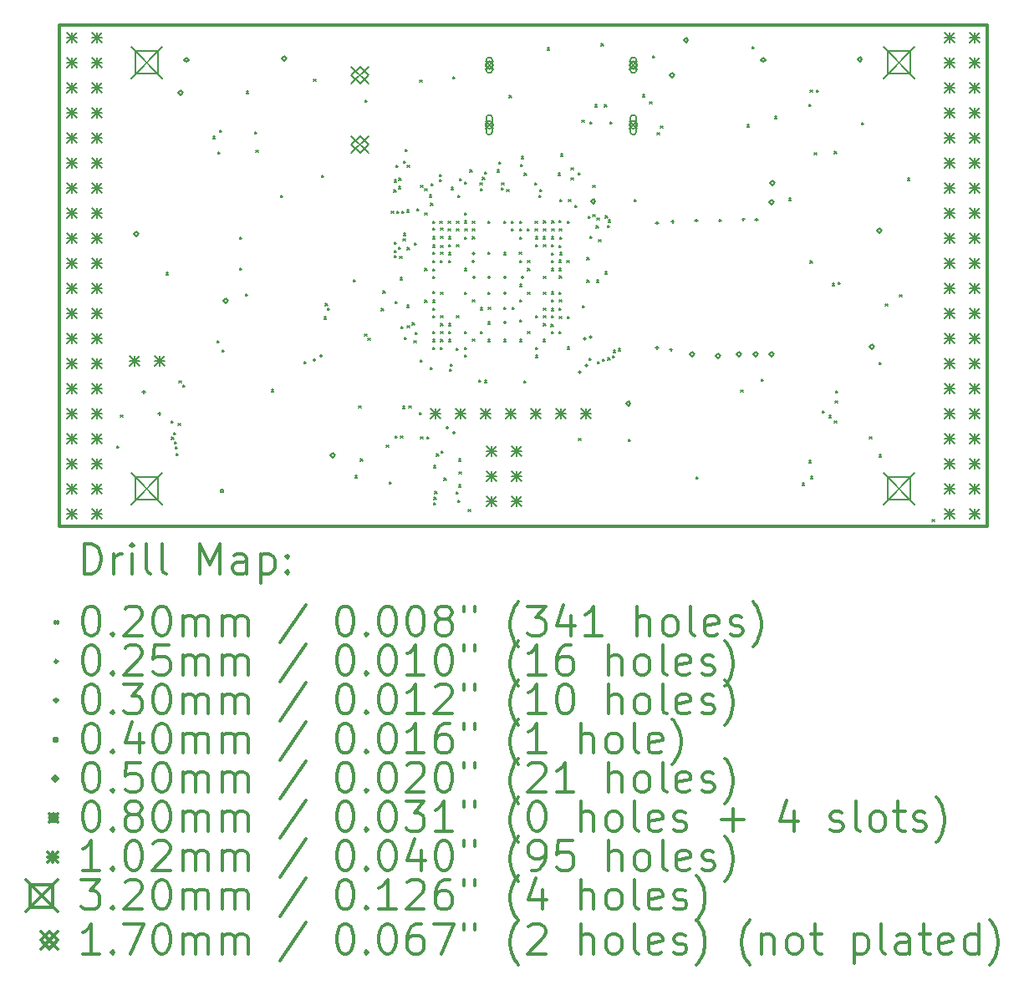
<source format=gbr>
%FSLAX45Y45*%
G04 Gerber Fmt 4.5, Leading zero omitted, Abs format (unit mm)*
G04 Created by KiCad (PCBNEW 4.0.7+dfsg1-1) date Sat Nov 11 20:06:00 2017*
%MOMM*%
%LPD*%
G01*
G04 APERTURE LIST*
%ADD10C,0.127000*%
%ADD11C,0.300000*%
%ADD12C,0.200000*%
G04 APERTURE END LIST*
D10*
D11*
X9410000Y-6142000D02*
X9410000Y-11222000D01*
X18808000Y-6142000D02*
X9410000Y-6142000D01*
X18808000Y-11222000D02*
X18808000Y-6142000D01*
X9410000Y-11222000D02*
X18808000Y-11222000D01*
D12*
X9998000Y-10410000D02*
X10018000Y-10430000D01*
X10018000Y-10410000D02*
X9998000Y-10430000D01*
X10035000Y-10094400D02*
X10055000Y-10114400D01*
X10055000Y-10094400D02*
X10035000Y-10114400D01*
X10493771Y-8653299D02*
X10513771Y-8673299D01*
X10513771Y-8653299D02*
X10493771Y-8673299D01*
X10547276Y-10156132D02*
X10567276Y-10176132D01*
X10567276Y-10156132D02*
X10547276Y-10176132D01*
X10552725Y-10321224D02*
X10572725Y-10341224D01*
X10572725Y-10321224D02*
X10552725Y-10341224D01*
X10571376Y-10271934D02*
X10591376Y-10291934D01*
X10591376Y-10271934D02*
X10571376Y-10291934D01*
X10579560Y-10366582D02*
X10599560Y-10386582D01*
X10599560Y-10366582D02*
X10579560Y-10386582D01*
X10589272Y-10418380D02*
X10609272Y-10438380D01*
X10609272Y-10418380D02*
X10589272Y-10438380D01*
X10598875Y-10487404D02*
X10618875Y-10507404D01*
X10618875Y-10487404D02*
X10598875Y-10507404D01*
X10618105Y-10179347D02*
X10638105Y-10199347D01*
X10638105Y-10179347D02*
X10618105Y-10199347D01*
X10626851Y-9751340D02*
X10646851Y-9771340D01*
X10646851Y-9751340D02*
X10626851Y-9771340D01*
X10664117Y-9793541D02*
X10684117Y-9813541D01*
X10684117Y-9793541D02*
X10664117Y-9813541D01*
X10972800Y-7273000D02*
X10992800Y-7293000D01*
X10992800Y-7273000D02*
X10972800Y-7293000D01*
X11014904Y-9343377D02*
X11034904Y-9363377D01*
X11034904Y-9343377D02*
X11014904Y-9363377D01*
X11021352Y-7428070D02*
X11041352Y-7448070D01*
X11041352Y-7428070D02*
X11021352Y-7448070D01*
X11038300Y-7211500D02*
X11058300Y-7231500D01*
X11058300Y-7211500D02*
X11038300Y-7231500D01*
X11061873Y-9435178D02*
X11081873Y-9455178D01*
X11081873Y-9435178D02*
X11061873Y-9455178D01*
X11241500Y-8291000D02*
X11261500Y-8311000D01*
X11261500Y-8291000D02*
X11241500Y-8311000D01*
X11241500Y-8608500D02*
X11261500Y-8628500D01*
X11261500Y-8608500D02*
X11241500Y-8628500D01*
X11298000Y-8870000D02*
X11318000Y-8890000D01*
X11318000Y-8870000D02*
X11298000Y-8890000D01*
X11311224Y-6814440D02*
X11331224Y-6834440D01*
X11331224Y-6814440D02*
X11311224Y-6834440D01*
X11393900Y-7224200D02*
X11413900Y-7244200D01*
X11413900Y-7224200D02*
X11393900Y-7244200D01*
X11406600Y-7414700D02*
X11426600Y-7434700D01*
X11426600Y-7414700D02*
X11406600Y-7434700D01*
X11563000Y-9839314D02*
X11583000Y-9859314D01*
X11583000Y-9839314D02*
X11563000Y-9859314D01*
X11655434Y-7867799D02*
X11675434Y-7887799D01*
X11675434Y-7867799D02*
X11655434Y-7887799D01*
X11890851Y-9556294D02*
X11910851Y-9576294D01*
X11910851Y-9556294D02*
X11890851Y-9576294D01*
X11990800Y-6690800D02*
X12010800Y-6710800D01*
X12010800Y-6690800D02*
X11990800Y-6710800D01*
X12073455Y-7667909D02*
X12093455Y-7687909D01*
X12093455Y-7667909D02*
X12073455Y-7687909D01*
X12094120Y-9102507D02*
X12114120Y-9122507D01*
X12114120Y-9102507D02*
X12094120Y-9122507D01*
X12110622Y-8966255D02*
X12130622Y-8986255D01*
X12130622Y-8966255D02*
X12110622Y-8986255D01*
X12130195Y-9015187D02*
X12150195Y-9035187D01*
X12150195Y-9015187D02*
X12130195Y-9035187D01*
X12392771Y-8724771D02*
X12412771Y-8744771D01*
X12412771Y-8724771D02*
X12392771Y-8744771D01*
X12392771Y-8724771D02*
X12412771Y-8744771D01*
X12412771Y-8724771D02*
X12392771Y-8744771D01*
X12410242Y-10710764D02*
X12430242Y-10730764D01*
X12430242Y-10710764D02*
X12410242Y-10730764D01*
X12448000Y-10005500D02*
X12468000Y-10025500D01*
X12468000Y-10005500D02*
X12448000Y-10025500D01*
X12464182Y-10539469D02*
X12484182Y-10559469D01*
X12484182Y-10539469D02*
X12464182Y-10559469D01*
X12506739Y-9274152D02*
X12526739Y-9294152D01*
X12526739Y-9274152D02*
X12506739Y-9294152D01*
X12509354Y-6905685D02*
X12529354Y-6925685D01*
X12529354Y-6905685D02*
X12509354Y-6925685D01*
X12539954Y-9315068D02*
X12559954Y-9335068D01*
X12559954Y-9315068D02*
X12539954Y-9335068D01*
X12678001Y-9017611D02*
X12698001Y-9037611D01*
X12698001Y-9017611D02*
X12678001Y-9037611D01*
X12694005Y-8838107D02*
X12714005Y-8858107D01*
X12714005Y-8838107D02*
X12694005Y-8858107D01*
X12725815Y-10402805D02*
X12745815Y-10422805D01*
X12745815Y-10402805D02*
X12725815Y-10422805D01*
X12755664Y-10771679D02*
X12775664Y-10791679D01*
X12775664Y-10771679D02*
X12755664Y-10791679D01*
X12778962Y-8030743D02*
X12798962Y-8050743D01*
X12798962Y-8030743D02*
X12778962Y-8050743D01*
X12802557Y-7813365D02*
X12822557Y-7833365D01*
X12822557Y-7813365D02*
X12802557Y-7833365D01*
X12805201Y-7714196D02*
X12825201Y-7734196D01*
X12825201Y-7714196D02*
X12805201Y-7734196D01*
X12806546Y-8342876D02*
X12826546Y-8362876D01*
X12826546Y-8342876D02*
X12806546Y-8362876D01*
X12808331Y-8428074D02*
X12828331Y-8448074D01*
X12828331Y-8428074D02*
X12808331Y-8448074D01*
X12810326Y-8480738D02*
X12830326Y-8500738D01*
X12830326Y-8480738D02*
X12810326Y-8500738D01*
X12815144Y-8946421D02*
X12835144Y-8966421D01*
X12835144Y-8946421D02*
X12815144Y-8966421D01*
X12818000Y-10310000D02*
X12838000Y-10330000D01*
X12838000Y-10310000D02*
X12818000Y-10330000D01*
X12824906Y-7565392D02*
X12844906Y-7585392D01*
X12844906Y-7565392D02*
X12824906Y-7585392D01*
X12831658Y-8029985D02*
X12851658Y-8049985D01*
X12851658Y-8029985D02*
X12831658Y-8049985D01*
X12849054Y-7779404D02*
X12869054Y-7799404D01*
X12869054Y-7779404D02*
X12849054Y-7799404D01*
X12851077Y-8397249D02*
X12871077Y-8417249D01*
X12871077Y-8397249D02*
X12851077Y-8417249D01*
X12854493Y-7695003D02*
X12874493Y-7715003D01*
X12874493Y-7695003D02*
X12854493Y-7715003D01*
X12862365Y-8489063D02*
X12882365Y-8509063D01*
X12882365Y-8489063D02*
X12862365Y-8509063D01*
X12867665Y-8703514D02*
X12887665Y-8723514D01*
X12887665Y-8703514D02*
X12867665Y-8723514D01*
X12870682Y-10308590D02*
X12890682Y-10328590D01*
X12890682Y-10308590D02*
X12870682Y-10328590D01*
X12877965Y-9201104D02*
X12897965Y-9221104D01*
X12897965Y-9201104D02*
X12877965Y-9221104D01*
X12884359Y-8029973D02*
X12904359Y-8049973D01*
X12904359Y-8029973D02*
X12884359Y-8049973D01*
X12890520Y-10007480D02*
X12910520Y-10027480D01*
X12910520Y-10007480D02*
X12890520Y-10027480D01*
X12895438Y-8307924D02*
X12915438Y-8327924D01*
X12915438Y-8307924D02*
X12895438Y-8327924D01*
X12900909Y-8255507D02*
X12920909Y-8275507D01*
X12920909Y-8255507D02*
X12900909Y-8275507D01*
X12902508Y-7521580D02*
X12922508Y-7541580D01*
X12922508Y-7521580D02*
X12902508Y-7541580D01*
X12909665Y-9310913D02*
X12929665Y-9330913D01*
X12929665Y-9310913D02*
X12909665Y-9330913D01*
X12915222Y-7404246D02*
X12935222Y-7424246D01*
X12935222Y-7404246D02*
X12915222Y-7424246D01*
X12934924Y-8982695D02*
X12954924Y-9002695D01*
X12954924Y-8982695D02*
X12934924Y-9002695D01*
X12935799Y-8018511D02*
X12955799Y-8038511D01*
X12955799Y-8018511D02*
X12935799Y-8038511D01*
X12937785Y-9190082D02*
X12957785Y-9210082D01*
X12957785Y-9190082D02*
X12937785Y-9210082D01*
X12938514Y-8398242D02*
X12958514Y-8418242D01*
X12958514Y-8398242D02*
X12938514Y-8418242D01*
X12939334Y-7563781D02*
X12959334Y-7583781D01*
X12959334Y-7563781D02*
X12939334Y-7583781D01*
X12956000Y-10005500D02*
X12976000Y-10025500D01*
X12976000Y-10005500D02*
X12956000Y-10025500D01*
X12988816Y-9162200D02*
X13008816Y-9182200D01*
X13008816Y-9162200D02*
X12988816Y-9182200D01*
X13007140Y-9344434D02*
X13027140Y-9364434D01*
X13027140Y-9344434D02*
X13007140Y-9364434D01*
X13010463Y-8349948D02*
X13030463Y-8369948D01*
X13030463Y-8349948D02*
X13010463Y-8369948D01*
X13020226Y-9260033D02*
X13040226Y-9280033D01*
X13040226Y-9260033D02*
X13020226Y-9280033D01*
X13038990Y-8006723D02*
X13058990Y-8026723D01*
X13058990Y-8006723D02*
X13038990Y-8026723D01*
X13059238Y-10069000D02*
X13079238Y-10089000D01*
X13079238Y-10069000D02*
X13059238Y-10089000D01*
X13066199Y-6701962D02*
X13086199Y-6721962D01*
X13086199Y-6701962D02*
X13066199Y-6721962D01*
X13070707Y-9535414D02*
X13090707Y-9555414D01*
X13090707Y-9535414D02*
X13070707Y-9555414D01*
X13073949Y-10316052D02*
X13093949Y-10336052D01*
X13093949Y-10316052D02*
X13073949Y-10336052D01*
X13075683Y-7768682D02*
X13095683Y-7788682D01*
X13095683Y-7768682D02*
X13075683Y-7788682D01*
X13115313Y-7803422D02*
X13135313Y-7823422D01*
X13135313Y-7803422D02*
X13115313Y-7823422D01*
X13117530Y-8049575D02*
X13137530Y-8069575D01*
X13137530Y-8049575D02*
X13117530Y-8069575D01*
X13117831Y-8611310D02*
X13137831Y-8631310D01*
X13137831Y-8611310D02*
X13117831Y-8631310D01*
X13117950Y-8930733D02*
X13137950Y-8950733D01*
X13137950Y-8930733D02*
X13117950Y-8950733D01*
X13135385Y-10316052D02*
X13155385Y-10336052D01*
X13155385Y-10316052D02*
X13135385Y-10336052D01*
X13160933Y-7864587D02*
X13180933Y-7884587D01*
X13180933Y-7864587D02*
X13160933Y-7884587D01*
X13170890Y-9612737D02*
X13190890Y-9632737D01*
X13190890Y-9612737D02*
X13170890Y-9632737D01*
X13174731Y-7948989D02*
X13194731Y-7968989D01*
X13194731Y-7948989D02*
X13174731Y-7968989D01*
X13182329Y-7748485D02*
X13202329Y-7768485D01*
X13202329Y-7748485D02*
X13182329Y-7768485D01*
X13196210Y-8443398D02*
X13216210Y-8463398D01*
X13216210Y-8443398D02*
X13196210Y-8463398D01*
X13197298Y-8527799D02*
X13217298Y-8547799D01*
X13217298Y-8527799D02*
X13197298Y-8547799D01*
X13197562Y-8931064D02*
X13217562Y-8951064D01*
X13217562Y-8931064D02*
X13197562Y-8951064D01*
X13197765Y-9087799D02*
X13217765Y-9107799D01*
X13217765Y-9087799D02*
X13197765Y-9107799D01*
X13197902Y-8288404D02*
X13217902Y-8308404D01*
X13217902Y-8288404D02*
X13197902Y-8308404D01*
X13198000Y-8130000D02*
X13218000Y-8150000D01*
X13218000Y-8130000D02*
X13198000Y-8150000D01*
X13198000Y-8690000D02*
X13218000Y-8710000D01*
X13218000Y-8690000D02*
X13198000Y-8710000D01*
X13198000Y-9250000D02*
X13218000Y-9270000D01*
X13218000Y-9250000D02*
X13198000Y-9270000D01*
X13198000Y-9330000D02*
X13218000Y-9350000D01*
X13218000Y-9330000D02*
X13198000Y-9350000D01*
X13198000Y-9410000D02*
X13218000Y-9430000D01*
X13218000Y-9410000D02*
X13198000Y-9430000D01*
X13198001Y-8200333D02*
X13218001Y-8220333D01*
X13218001Y-8200333D02*
X13198001Y-8220333D01*
X13198296Y-9011078D02*
X13218296Y-9031078D01*
X13218296Y-9011078D02*
X13198296Y-9031078D01*
X13198303Y-8616041D02*
X13218303Y-8636041D01*
X13218303Y-8616041D02*
X13198303Y-8636041D01*
X13198368Y-8372806D02*
X13218368Y-8392806D01*
X13218368Y-8372806D02*
X13198368Y-8392806D01*
X13198405Y-8845827D02*
X13218405Y-8865827D01*
X13218405Y-8845827D02*
X13198405Y-8865827D01*
X13204611Y-10984026D02*
X13224611Y-11004026D01*
X13224611Y-10984026D02*
X13204611Y-11004026D01*
X13206286Y-10608587D02*
X13226286Y-10628587D01*
X13226286Y-10608587D02*
X13206286Y-10628587D01*
X13208900Y-10931500D02*
X13228900Y-10951500D01*
X13228900Y-10931500D02*
X13208900Y-10951500D01*
X13218000Y-10870000D02*
X13238000Y-10890000D01*
X13238000Y-10870000D02*
X13218000Y-10890000D01*
X13234844Y-10489450D02*
X13254844Y-10509450D01*
X13254844Y-10489450D02*
X13234844Y-10509450D01*
X13263724Y-7657621D02*
X13283724Y-7677621D01*
X13283724Y-7657621D02*
X13263724Y-7677621D01*
X13266117Y-7710267D02*
X13286117Y-7730267D01*
X13286117Y-7710267D02*
X13266117Y-7730267D01*
X13268334Y-8130000D02*
X13288334Y-8150000D01*
X13288334Y-8130000D02*
X13268334Y-8150000D01*
X13273464Y-8527799D02*
X13293464Y-8547799D01*
X13293464Y-8527799D02*
X13273464Y-8547799D01*
X13274623Y-9409707D02*
X13294623Y-9429707D01*
X13294623Y-9409707D02*
X13274623Y-9429707D01*
X13276300Y-8202454D02*
X13296300Y-8222454D01*
X13296300Y-8202454D02*
X13276300Y-8222454D01*
X13277177Y-8443398D02*
X13297177Y-8463398D01*
X13297177Y-8443398D02*
X13277177Y-8463398D01*
X13277261Y-8286855D02*
X13297261Y-8306855D01*
X13297261Y-8286855D02*
X13277261Y-8306855D01*
X13278000Y-8850000D02*
X13298000Y-8870000D01*
X13298000Y-8850000D02*
X13278000Y-8870000D01*
X13278000Y-9090000D02*
X13298000Y-9110000D01*
X13298000Y-9090000D02*
X13278000Y-9110000D01*
X13278000Y-9170000D02*
X13298000Y-9190000D01*
X13298000Y-9170000D02*
X13278000Y-9190000D01*
X13278000Y-9250000D02*
X13298000Y-9270000D01*
X13298000Y-9250000D02*
X13278000Y-9270000D01*
X13278000Y-9330000D02*
X13298000Y-9350000D01*
X13298000Y-9330000D02*
X13278000Y-9350000D01*
X13278089Y-8379783D02*
X13298089Y-8399784D01*
X13298089Y-8379783D02*
X13278089Y-8399784D01*
X13283696Y-10459892D02*
X13303696Y-10479892D01*
X13303696Y-10459892D02*
X13283696Y-10479892D01*
X13311600Y-10736500D02*
X13331600Y-10756500D01*
X13331600Y-10736500D02*
X13311600Y-10756500D01*
X13352736Y-8131468D02*
X13372736Y-8151468D01*
X13372736Y-8131468D02*
X13352736Y-8151468D01*
X13354839Y-8209060D02*
X13374839Y-8229060D01*
X13374839Y-8209060D02*
X13354839Y-8229060D01*
X13357194Y-8449520D02*
X13377194Y-8469520D01*
X13377194Y-8449520D02*
X13357194Y-8469520D01*
X13358000Y-8290000D02*
X13378000Y-8310000D01*
X13378000Y-8290000D02*
X13358000Y-8310000D01*
X13358000Y-8370000D02*
X13378000Y-8390000D01*
X13378000Y-8370000D02*
X13358000Y-8390000D01*
X13358000Y-8530000D02*
X13378000Y-8550000D01*
X13378000Y-8530000D02*
X13358000Y-8550000D01*
X13358000Y-9170000D02*
X13378000Y-9190000D01*
X13378000Y-9170000D02*
X13358000Y-9190000D01*
X13358000Y-9250000D02*
X13378000Y-9270000D01*
X13378000Y-9250000D02*
X13358000Y-9270000D01*
X13358548Y-9330230D02*
X13378548Y-9350230D01*
X13378548Y-9330230D02*
X13358548Y-9350230D01*
X13366285Y-9629515D02*
X13386285Y-9649515D01*
X13386285Y-9629515D02*
X13366285Y-9649515D01*
X13375239Y-9577580D02*
X13395239Y-9597580D01*
X13395239Y-9577580D02*
X13375239Y-9597580D01*
X13384238Y-7788077D02*
X13404238Y-7808077D01*
X13404238Y-7788077D02*
X13384238Y-7808077D01*
X13397916Y-6668615D02*
X13417916Y-6688615D01*
X13417916Y-6668615D02*
X13397916Y-6688615D01*
X13435582Y-9416717D02*
X13455582Y-9436717D01*
X13455582Y-9416717D02*
X13435582Y-9436717D01*
X13436400Y-10874197D02*
X13456400Y-10894197D01*
X13456400Y-10874197D02*
X13436400Y-10894197D01*
X13437137Y-8130675D02*
X13457137Y-8150675D01*
X13457137Y-8130675D02*
X13437137Y-8150675D01*
X13437651Y-8208015D02*
X13457651Y-8228015D01*
X13457651Y-8208015D02*
X13437651Y-8228015D01*
X13438000Y-8370000D02*
X13458000Y-8390000D01*
X13458000Y-8370000D02*
X13438000Y-8390000D01*
X13438000Y-9090000D02*
X13458000Y-9110000D01*
X13458000Y-9090000D02*
X13438000Y-9110000D01*
X13451300Y-7871900D02*
X13471300Y-7891900D01*
X13471300Y-7871900D02*
X13451300Y-7891900D01*
X13453687Y-10961995D02*
X13473687Y-10981995D01*
X13473687Y-10961995D02*
X13453687Y-10981995D01*
X13457587Y-10803159D02*
X13477587Y-10823159D01*
X13477587Y-10803159D02*
X13457587Y-10823159D01*
X13460735Y-10540845D02*
X13480735Y-10560845D01*
X13480735Y-10540845D02*
X13460735Y-10560845D01*
X13465065Y-10671051D02*
X13485065Y-10691051D01*
X13485065Y-10671051D02*
X13465065Y-10691051D01*
X13465805Y-7703014D02*
X13485805Y-7723014D01*
X13485805Y-7703014D02*
X13465805Y-7723014D01*
X13517331Y-8851860D02*
X13537331Y-8871860D01*
X13537331Y-8851860D02*
X13517331Y-8871860D01*
X13518000Y-8292201D02*
X13538000Y-8312201D01*
X13538000Y-8292201D02*
X13518000Y-8312201D01*
X13518000Y-8610000D02*
X13538000Y-8630000D01*
X13538000Y-8610000D02*
X13518000Y-8630000D01*
X13518000Y-9250000D02*
X13538000Y-9270000D01*
X13538000Y-9250000D02*
X13518000Y-9270000D01*
X13518006Y-7736330D02*
X13538006Y-7756330D01*
X13538006Y-7736330D02*
X13518006Y-7756330D01*
X13518128Y-8048312D02*
X13538128Y-8068312D01*
X13538128Y-8048312D02*
X13518128Y-8068312D01*
X13518463Y-9488530D02*
X13538463Y-9508530D01*
X13538463Y-9488530D02*
X13518463Y-9508530D01*
X13518862Y-9412562D02*
X13538862Y-9432562D01*
X13538862Y-9412562D02*
X13518862Y-9432562D01*
X13521538Y-8129192D02*
X13541538Y-8149192D01*
X13541538Y-8129192D02*
X13521538Y-8149192D01*
X13522052Y-8209644D02*
X13542052Y-8229644D01*
X13542052Y-8209644D02*
X13522052Y-8229644D01*
X13555656Y-11051071D02*
X13575656Y-11071071D01*
X13575656Y-11051071D02*
X13555656Y-11071071D01*
X13573070Y-7610061D02*
X13593070Y-7630061D01*
X13593070Y-7610061D02*
X13573070Y-7630061D01*
X13598000Y-8210000D02*
X13618000Y-8230000D01*
X13618000Y-8210000D02*
X13598000Y-8230000D01*
X13598000Y-8290000D02*
X13618000Y-8310000D01*
X13618000Y-8290000D02*
X13598000Y-8310000D01*
X13598517Y-8929483D02*
X13618517Y-8949483D01*
X13618517Y-8929483D02*
X13598517Y-8949483D01*
X13599596Y-9326965D02*
X13619596Y-9346965D01*
X13619596Y-9326965D02*
X13599596Y-9346965D01*
X13599639Y-8129507D02*
X13619639Y-8149507D01*
X13619639Y-8129507D02*
X13599639Y-8149507D01*
X13664090Y-9741450D02*
X13684090Y-9761450D01*
X13684090Y-9741450D02*
X13664090Y-9761450D01*
X13675954Y-7745082D02*
X13695954Y-7765082D01*
X13695954Y-7745082D02*
X13675954Y-7765082D01*
X13678000Y-9250000D02*
X13698000Y-9270000D01*
X13698000Y-9250000D02*
X13678000Y-9270000D01*
X13678517Y-9009483D02*
X13698517Y-9029483D01*
X13698517Y-9009483D02*
X13678517Y-9029483D01*
X13682206Y-7799789D02*
X13702206Y-7819789D01*
X13702206Y-7799789D02*
X13682206Y-7819789D01*
X13700695Y-7687992D02*
X13720695Y-7707992D01*
X13720695Y-7687992D02*
X13700695Y-7707992D01*
X13719559Y-9743802D02*
X13739559Y-9763802D01*
X13739559Y-9743802D02*
X13719559Y-9763802D01*
X13720873Y-7631502D02*
X13740873Y-7651502D01*
X13740873Y-7631502D02*
X13720873Y-7651502D01*
X13755905Y-9153803D02*
X13775905Y-9173803D01*
X13775905Y-9153803D02*
X13755905Y-9173803D01*
X13758000Y-8130000D02*
X13778000Y-8150000D01*
X13778000Y-8130000D02*
X13758000Y-8150000D01*
X13758000Y-8850000D02*
X13778000Y-8870000D01*
X13778000Y-8850000D02*
X13758000Y-8870000D01*
X13758000Y-9330000D02*
X13778000Y-9350000D01*
X13778000Y-9330000D02*
X13758000Y-9350000D01*
X13758056Y-8443409D02*
X13778056Y-8463409D01*
X13778056Y-8443409D02*
X13758056Y-8463409D01*
X13758900Y-9002299D02*
X13778900Y-9022299D01*
X13778900Y-9002299D02*
X13758900Y-9022299D01*
X13848000Y-7610000D02*
X13868000Y-7630000D01*
X13868000Y-7610000D02*
X13848000Y-7630000D01*
X13867920Y-7530076D02*
X13887920Y-7550076D01*
X13887920Y-7530076D02*
X13867920Y-7550076D01*
X13893411Y-7794095D02*
X13913411Y-7814095D01*
X13913411Y-7794095D02*
X13893411Y-7814095D01*
X13894675Y-7741409D02*
X13914675Y-7761409D01*
X13914675Y-7741409D02*
X13894675Y-7761409D01*
X13917252Y-8451135D02*
X13937252Y-8471135D01*
X13937252Y-8451135D02*
X13917252Y-8471135D01*
X13918000Y-8130000D02*
X13938000Y-8150000D01*
X13938000Y-8130000D02*
X13918000Y-8150000D01*
X13918000Y-9002299D02*
X13938000Y-9022299D01*
X13938000Y-9002299D02*
X13918000Y-9022299D01*
X13918000Y-9330000D02*
X13938000Y-9350000D01*
X13938000Y-9330000D02*
X13918000Y-9350000D01*
X13947862Y-7810586D02*
X13967862Y-7830586D01*
X13967862Y-7810586D02*
X13947862Y-7830586D01*
X13972000Y-6856567D02*
X13992000Y-6876567D01*
X13992000Y-6856567D02*
X13972000Y-6876567D01*
X13993095Y-8210000D02*
X14013095Y-8230000D01*
X14013095Y-8210000D02*
X13993095Y-8230000D01*
X13993599Y-8130000D02*
X14013599Y-8150000D01*
X14013599Y-8130000D02*
X13993599Y-8150000D01*
X13999489Y-9002299D02*
X14019489Y-9022299D01*
X14019489Y-9002299D02*
X13999489Y-9022299D01*
X14073600Y-8443400D02*
X14093600Y-8463400D01*
X14093600Y-8443400D02*
X14073600Y-8463400D01*
X14076403Y-8294140D02*
X14096403Y-8314140D01*
X14096403Y-8294140D02*
X14076403Y-8314140D01*
X14077419Y-9133335D02*
X14097419Y-9153335D01*
X14097419Y-9133335D02*
X14077419Y-9153335D01*
X14077497Y-8207716D02*
X14097497Y-8227716D01*
X14097497Y-8207716D02*
X14077497Y-8227716D01*
X14078000Y-8130000D02*
X14098000Y-8150000D01*
X14098000Y-8130000D02*
X14078000Y-8150000D01*
X14078000Y-8530000D02*
X14098000Y-8550000D01*
X14098000Y-8530000D02*
X14078000Y-8550000D01*
X14078000Y-8770000D02*
X14098000Y-8790000D01*
X14098000Y-8770000D02*
X14078000Y-8790000D01*
X14078000Y-8930000D02*
X14098000Y-8950000D01*
X14098000Y-8930000D02*
X14078000Y-8950000D01*
X14078000Y-9330000D02*
X14098000Y-9350000D01*
X14098000Y-9330000D02*
X14078000Y-9350000D01*
X14088006Y-7558194D02*
X14108006Y-7578194D01*
X14108006Y-7558194D02*
X14088006Y-7578194D01*
X14094664Y-7477380D02*
X14114664Y-7497380D01*
X14114664Y-7477380D02*
X14094664Y-7497380D01*
X14118000Y-9750000D02*
X14138000Y-9770000D01*
X14138000Y-9750000D02*
X14118000Y-9770000D01*
X14124297Y-7645500D02*
X14144297Y-7665500D01*
X14144297Y-7645500D02*
X14124297Y-7665500D01*
X14156269Y-8210778D02*
X14176269Y-8230778D01*
X14176269Y-8210778D02*
X14156269Y-8230778D01*
X14158000Y-8530000D02*
X14178000Y-8550000D01*
X14178000Y-8530000D02*
X14158000Y-8550000D01*
X14158000Y-8610000D02*
X14178000Y-8630000D01*
X14178000Y-8610000D02*
X14158000Y-8630000D01*
X14158000Y-8850000D02*
X14178000Y-8870000D01*
X14178000Y-8850000D02*
X14158000Y-8870000D01*
X14158000Y-9250000D02*
X14178000Y-9270000D01*
X14178000Y-9250000D02*
X14158000Y-9270000D01*
X14229388Y-7741388D02*
X14249388Y-7761388D01*
X14249388Y-7741388D02*
X14229388Y-7761388D01*
X14233746Y-8208147D02*
X14253746Y-8228147D01*
X14253746Y-8208147D02*
X14233746Y-8228147D01*
X14235691Y-8130580D02*
X14255691Y-8150580D01*
X14255691Y-8130580D02*
X14235691Y-8150580D01*
X14237355Y-8289891D02*
X14257355Y-8309891D01*
X14257355Y-8289891D02*
X14237355Y-8309891D01*
X14238000Y-8370000D02*
X14258000Y-8390000D01*
X14258000Y-8370000D02*
X14238000Y-8390000D01*
X14238000Y-9090000D02*
X14258000Y-9110000D01*
X14258000Y-9090000D02*
X14238000Y-9110000D01*
X14238000Y-9410000D02*
X14258000Y-9430000D01*
X14258000Y-9410000D02*
X14238000Y-9430000D01*
X14238000Y-9490000D02*
X14258000Y-9510000D01*
X14258000Y-9490000D02*
X14238000Y-9510000D01*
X14274121Y-7868425D02*
X14294121Y-7888425D01*
X14294121Y-7868425D02*
X14274121Y-7888425D01*
X14281176Y-7811737D02*
X14301176Y-7831737D01*
X14301176Y-7811737D02*
X14281176Y-7831737D01*
X14315799Y-8290000D02*
X14335799Y-8310000D01*
X14335799Y-8290000D02*
X14315799Y-8310000D01*
X14316969Y-9331491D02*
X14336969Y-9351491D01*
X14336969Y-9331491D02*
X14316969Y-9351491D01*
X14317803Y-8849503D02*
X14337803Y-8869503D01*
X14337803Y-8849503D02*
X14317803Y-8869503D01*
X14318000Y-8370000D02*
X14338000Y-8390000D01*
X14338000Y-8370000D02*
X14318000Y-8390000D01*
X14318000Y-8690000D02*
X14338000Y-8710000D01*
X14338000Y-8690000D02*
X14318000Y-8710000D01*
X14318000Y-9090000D02*
X14338000Y-9110000D01*
X14338000Y-9090000D02*
X14318000Y-9110000D01*
X14318000Y-9170000D02*
X14338000Y-9190000D01*
X14338000Y-9170000D02*
X14318000Y-9190000D01*
X14318147Y-8210607D02*
X14338147Y-8230607D01*
X14338147Y-8210607D02*
X14318147Y-8230607D01*
X14318182Y-9010195D02*
X14338182Y-9030195D01*
X14338182Y-9010195D02*
X14318182Y-9030195D01*
X14320092Y-8127729D02*
X14340092Y-8147729D01*
X14340092Y-8127729D02*
X14320092Y-8147729D01*
X14355067Y-6376252D02*
X14375067Y-6396252D01*
X14375067Y-6376252D02*
X14355067Y-6396252D01*
X14396483Y-9177765D02*
X14416483Y-9197765D01*
X14416483Y-9177765D02*
X14396483Y-9197765D01*
X14397624Y-8929530D02*
X14417624Y-8949530D01*
X14417624Y-8929530D02*
X14397624Y-8949530D01*
X14397701Y-9016697D02*
X14417701Y-9036697D01*
X14417701Y-9016697D02*
X14397701Y-9036697D01*
X14398000Y-8610000D02*
X14418000Y-8630000D01*
X14418000Y-8610000D02*
X14398000Y-8630000D01*
X14398000Y-9090000D02*
X14418000Y-9110000D01*
X14418000Y-9090000D02*
X14398000Y-9110000D01*
X14398283Y-8848451D02*
X14418283Y-8868451D01*
X14418283Y-8848451D02*
X14398283Y-8868451D01*
X14400201Y-8290000D02*
X14420201Y-8310000D01*
X14420201Y-8290000D02*
X14400201Y-8310000D01*
X14400201Y-8529722D02*
X14420201Y-8549722D01*
X14420201Y-8529722D02*
X14400201Y-8549722D01*
X14400319Y-8367799D02*
X14420319Y-8387799D01*
X14420319Y-8367799D02*
X14400319Y-8387799D01*
X14400319Y-8452201D02*
X14420319Y-8472201D01*
X14420319Y-8452201D02*
X14400319Y-8472201D01*
X14401325Y-9248876D02*
X14421325Y-9268876D01*
X14421325Y-9248876D02*
X14401325Y-9268876D01*
X14402549Y-8208647D02*
X14422549Y-8228647D01*
X14422549Y-8208647D02*
X14402549Y-8228647D01*
X14404493Y-8128708D02*
X14424493Y-8148708D01*
X14424493Y-8128708D02*
X14404493Y-8148708D01*
X14469711Y-7646534D02*
X14489711Y-7666534D01*
X14489711Y-7646534D02*
X14469711Y-7666534D01*
X14476724Y-9012976D02*
X14496724Y-9032976D01*
X14496724Y-9012976D02*
X14476724Y-9032976D01*
X14476810Y-8527135D02*
X14496810Y-8547135D01*
X14496810Y-8527135D02*
X14476810Y-8547135D01*
X14477394Y-8376040D02*
X14497394Y-8396040D01*
X14497394Y-8376040D02*
X14477394Y-8396040D01*
X14477515Y-8611890D02*
X14497515Y-8631890D01*
X14497515Y-8611890D02*
X14477515Y-8631890D01*
X14477654Y-8122836D02*
X14497654Y-8142836D01*
X14497654Y-8122836D02*
X14477654Y-8142836D01*
X14477765Y-8852201D02*
X14497765Y-8872201D01*
X14497765Y-8852201D02*
X14477765Y-8872201D01*
X14478235Y-9247799D02*
X14498235Y-9267799D01*
X14498235Y-9247799D02*
X14478235Y-9267799D01*
X14478812Y-8207237D02*
X14498812Y-8227237D01*
X14498812Y-8207237D02*
X14478812Y-8227237D01*
X14479163Y-9097377D02*
X14499163Y-9117377D01*
X14499163Y-9097377D02*
X14479163Y-9117377D01*
X14479260Y-8928574D02*
X14499260Y-8948574D01*
X14499260Y-8928574D02*
X14479260Y-8948574D01*
X14479432Y-8687756D02*
X14499432Y-8707756D01*
X14499432Y-8687756D02*
X14479432Y-8707756D01*
X14481566Y-8449874D02*
X14501566Y-8469874D01*
X14501566Y-8449874D02*
X14481566Y-8469874D01*
X14481689Y-8291638D02*
X14501689Y-8311638D01*
X14501689Y-8291638D02*
X14481689Y-8311638D01*
X14486249Y-7913538D02*
X14506249Y-7933538D01*
X14506249Y-7913538D02*
X14486249Y-7933538D01*
X14491706Y-7449281D02*
X14511706Y-7469281D01*
X14511706Y-7449281D02*
X14491706Y-7469281D01*
X14557281Y-8529606D02*
X14577281Y-8549606D01*
X14577281Y-8529606D02*
X14557281Y-8549606D01*
X14558000Y-8130000D02*
X14578000Y-8150000D01*
X14578000Y-8130000D02*
X14558000Y-8150000D01*
X14558000Y-9407799D02*
X14578000Y-9427799D01*
X14578000Y-9407799D02*
X14558000Y-9427799D01*
X14559846Y-9097377D02*
X14579846Y-9117377D01*
X14579846Y-9097377D02*
X14559846Y-9117377D01*
X14573400Y-7909811D02*
X14593400Y-7929811D01*
X14593400Y-7909811D02*
X14573400Y-7929811D01*
X14598000Y-7590000D02*
X14618000Y-7610000D01*
X14618000Y-7590000D02*
X14598000Y-7610000D01*
X14598016Y-7694497D02*
X14618016Y-7714497D01*
X14618016Y-7694497D02*
X14598016Y-7714497D01*
X14638141Y-7971938D02*
X14658141Y-7991938D01*
X14658141Y-7971938D02*
X14638141Y-7991938D01*
X14667897Y-7642240D02*
X14687897Y-7662240D01*
X14687897Y-7642240D02*
X14667897Y-7662240D01*
X14674429Y-10335274D02*
X14694429Y-10355274D01*
X14694429Y-10335274D02*
X14674429Y-10355274D01*
X14708600Y-7110000D02*
X14728600Y-7130000D01*
X14728600Y-7110000D02*
X14708600Y-7130000D01*
X14710765Y-8987304D02*
X14730765Y-9007304D01*
X14730765Y-8987304D02*
X14710765Y-9007304D01*
X14758752Y-8499333D02*
X14778752Y-8519333D01*
X14778752Y-8499333D02*
X14758752Y-8519333D01*
X14759554Y-8727799D02*
X14779554Y-8747799D01*
X14779554Y-8727799D02*
X14759554Y-8747799D01*
X14770223Y-8081781D02*
X14790223Y-8101781D01*
X14790223Y-8081781D02*
X14770223Y-8101781D01*
X14782793Y-9522924D02*
X14802793Y-9542924D01*
X14802793Y-9522924D02*
X14782793Y-9542924D01*
X14788315Y-7124708D02*
X14808315Y-7144708D01*
X14808315Y-7124708D02*
X14788315Y-7144708D01*
X14790137Y-8285878D02*
X14810137Y-8305878D01*
X14810137Y-8285878D02*
X14790137Y-8305878D01*
X14817193Y-7767799D02*
X14837193Y-7787799D01*
X14837193Y-7767799D02*
X14817193Y-7787799D01*
X14819827Y-8063981D02*
X14839827Y-8083981D01*
X14839827Y-8063981D02*
X14819827Y-8083981D01*
X14837783Y-6951968D02*
X14857783Y-6971968D01*
X14857783Y-6951968D02*
X14837783Y-6971968D01*
X14851067Y-8180003D02*
X14871067Y-8200003D01*
X14871067Y-8180003D02*
X14851067Y-8200003D01*
X14858860Y-8727808D02*
X14878860Y-8747808D01*
X14878860Y-8727808D02*
X14858860Y-8747808D01*
X14861989Y-8095601D02*
X14881989Y-8115601D01*
X14881989Y-8095601D02*
X14861989Y-8115601D01*
X14864798Y-9556963D02*
X14884798Y-9576963D01*
X14884798Y-9556963D02*
X14864798Y-9576963D01*
X14877872Y-8316103D02*
X14897872Y-8336103D01*
X14897872Y-8316103D02*
X14877872Y-8336103D01*
X14903412Y-6332405D02*
X14923412Y-6352405D01*
X14923412Y-6332405D02*
X14903412Y-6352405D01*
X14918439Y-9527799D02*
X14938439Y-9547799D01*
X14938439Y-9527799D02*
X14918439Y-9547799D01*
X14937595Y-6951968D02*
X14957595Y-6971968D01*
X14957595Y-6951968D02*
X14937595Y-6971968D01*
X14942082Y-8643412D02*
X14962082Y-8663412D01*
X14962082Y-8643412D02*
X14942082Y-8663412D01*
X14944975Y-8076843D02*
X14964975Y-8096843D01*
X14964975Y-8076843D02*
X14944975Y-8096843D01*
X14967169Y-8172566D02*
X14987169Y-8192566D01*
X14987169Y-8172566D02*
X14967169Y-8192566D01*
X14969589Y-9515108D02*
X14989589Y-9535108D01*
X14989589Y-9515108D02*
X14969589Y-9535108D01*
X14974647Y-8120398D02*
X14994647Y-8140398D01*
X14994647Y-8120398D02*
X14974647Y-8140398D01*
X14993085Y-7123185D02*
X15013085Y-7143185D01*
X15013085Y-7123185D02*
X14993085Y-7143185D01*
X15017890Y-9494025D02*
X15037890Y-9514025D01*
X15037890Y-9494025D02*
X15017890Y-9514025D01*
X15024597Y-9441753D02*
X15044597Y-9461753D01*
X15044597Y-9441753D02*
X15024597Y-9461753D01*
X15078921Y-9423257D02*
X15098921Y-9443257D01*
X15098921Y-9423257D02*
X15078921Y-9443257D01*
X15179638Y-10341072D02*
X15199638Y-10361072D01*
X15199638Y-10341072D02*
X15179638Y-10361072D01*
X15239707Y-7909347D02*
X15259707Y-7929347D01*
X15259707Y-7909347D02*
X15239707Y-7929347D01*
X15319711Y-6850829D02*
X15339711Y-6870829D01*
X15339711Y-6850829D02*
X15319711Y-6870829D01*
X15395230Y-6920230D02*
X15415230Y-6940230D01*
X15415230Y-6920230D02*
X15395230Y-6940230D01*
X15422933Y-6454377D02*
X15442933Y-6474377D01*
X15442933Y-6454377D02*
X15422933Y-6474377D01*
X15469400Y-7232600D02*
X15489400Y-7252600D01*
X15489400Y-7232600D02*
X15469400Y-7252600D01*
X15504936Y-7166453D02*
X15524936Y-7186453D01*
X15524936Y-7166453D02*
X15504936Y-7186453D01*
X15861665Y-10722518D02*
X15881665Y-10742518D01*
X15881665Y-10722518D02*
X15861665Y-10742518D01*
X16317742Y-9840172D02*
X16337742Y-9860172D01*
X16337742Y-9840172D02*
X16317742Y-9860172D01*
X16380885Y-7155186D02*
X16400885Y-7175186D01*
X16400885Y-7155186D02*
X16380885Y-7175186D01*
X16433388Y-6363745D02*
X16453388Y-6383745D01*
X16453388Y-6363745D02*
X16433388Y-6383745D01*
X16524921Y-9732292D02*
X16544921Y-9752292D01*
X16544921Y-9732292D02*
X16524921Y-9752292D01*
X16657891Y-7070355D02*
X16677891Y-7090355D01*
X16677891Y-7070355D02*
X16657891Y-7090355D01*
X16806644Y-7900804D02*
X16826644Y-7920804D01*
X16826644Y-7900804D02*
X16806644Y-7920804D01*
X16940659Y-10785373D02*
X16960659Y-10805373D01*
X16960659Y-10785373D02*
X16940659Y-10805373D01*
X17005773Y-10556635D02*
X17025773Y-10576635D01*
X17025773Y-10556635D02*
X17005773Y-10576635D01*
X17008296Y-6947101D02*
X17028296Y-6967101D01*
X17028296Y-6947101D02*
X17008296Y-6967101D01*
X17020000Y-6805100D02*
X17040000Y-6825100D01*
X17040000Y-6805100D02*
X17020000Y-6825100D01*
X17020954Y-8534153D02*
X17040954Y-8554153D01*
X17040954Y-8534153D02*
X17020954Y-8554153D01*
X17026290Y-10718620D02*
X17046290Y-10738620D01*
X17046290Y-10718620D02*
X17026290Y-10738620D01*
X17063590Y-7436498D02*
X17083590Y-7456498D01*
X17083590Y-7436498D02*
X17063590Y-7456498D01*
X17085000Y-6802556D02*
X17105000Y-6822556D01*
X17105000Y-6802556D02*
X17085000Y-6822556D01*
X17144030Y-10054574D02*
X17164030Y-10074574D01*
X17164030Y-10054574D02*
X17144030Y-10074574D01*
X17209336Y-10100566D02*
X17229336Y-10120566D01*
X17229336Y-10100566D02*
X17209336Y-10120566D01*
X17246454Y-8762201D02*
X17266454Y-8782201D01*
X17266454Y-8762201D02*
X17246454Y-8782201D01*
X17264664Y-7424799D02*
X17284664Y-7444799D01*
X17284664Y-7424799D02*
X17264664Y-7444799D01*
X17266127Y-10155168D02*
X17286127Y-10175168D01*
X17286127Y-10155168D02*
X17266127Y-10175168D01*
X17273463Y-9949992D02*
X17293463Y-9969992D01*
X17293463Y-9949992D02*
X17273463Y-9969992D01*
X17277992Y-9851865D02*
X17297992Y-9871865D01*
X17297992Y-9851865D02*
X17277992Y-9871865D01*
X17303795Y-8749428D02*
X17323795Y-8769428D01*
X17323795Y-8749428D02*
X17303795Y-8769428D01*
X17539563Y-7135743D02*
X17559563Y-7155743D01*
X17559563Y-7135743D02*
X17539563Y-7155743D01*
X17620559Y-10317981D02*
X17640559Y-10337981D01*
X17640559Y-10317981D02*
X17620559Y-10337981D01*
X17717400Y-10497912D02*
X17737400Y-10517912D01*
X17737400Y-10497912D02*
X17717400Y-10517912D01*
X17718500Y-9561000D02*
X17738500Y-9581000D01*
X17738500Y-9561000D02*
X17718500Y-9581000D01*
X17782698Y-8971206D02*
X17802698Y-8991206D01*
X17802698Y-8971206D02*
X17782698Y-8991206D01*
X17925151Y-8876833D02*
X17945151Y-8896833D01*
X17945151Y-8876833D02*
X17925151Y-8896833D01*
X18003742Y-7696947D02*
X18023742Y-7716947D01*
X18023742Y-7696947D02*
X18003742Y-7716947D01*
X18257515Y-11153763D02*
X18277515Y-11173763D01*
X18277515Y-11153763D02*
X18257515Y-11173763D01*
X12010516Y-9541295D02*
G75*
G03X12010516Y-9541295I-12700J0D01*
G01*
X12076103Y-9497760D02*
G75*
G03X12076103Y-9497760I-12700J0D01*
G01*
X13357629Y-10223262D02*
G75*
G03X13357629Y-10223262I-12700J0D01*
G01*
X13420141Y-10275223D02*
G75*
G03X13420141Y-10275223I-12700J0D01*
G01*
X13620700Y-8460000D02*
G75*
G03X13620700Y-8460000I-12700J0D01*
G01*
X13620700Y-8540000D02*
G75*
G03X13620700Y-8540000I-12700J0D01*
G01*
X13623799Y-8699540D02*
G75*
G03X13623799Y-8699540I-12700J0D01*
G01*
X13780700Y-8700000D02*
G75*
G03X13780700Y-8700000I-12700J0D01*
G01*
X13939164Y-9161521D02*
G75*
G03X13939164Y-9161521I-12700J0D01*
G01*
X13940700Y-8700000D02*
G75*
G03X13940700Y-8700000I-12700J0D01*
G01*
X13940700Y-8860000D02*
G75*
G03X13940700Y-8860000I-12700J0D01*
G01*
X14116986Y-8699500D02*
G75*
G03X14116986Y-8699500I-12700J0D01*
G01*
X14698950Y-9661750D02*
G75*
G03X14698950Y-9661750I-12700J0D01*
G01*
X14748267Y-9321929D02*
G75*
G03X14748267Y-9321929I-12700J0D01*
G01*
X14766147Y-9591326D02*
G75*
G03X14766147Y-9591326I-12700J0D01*
G01*
X14804230Y-9306313D02*
G75*
G03X14804230Y-9306313I-12700J0D01*
G01*
X10271005Y-9844495D02*
X10271005Y-9874495D01*
X10256005Y-9859495D02*
X10286005Y-9859495D01*
X10426000Y-10064000D02*
X10426000Y-10094000D01*
X10411000Y-10079000D02*
X10441000Y-10079000D01*
X15465753Y-8131365D02*
X15465753Y-8161365D01*
X15450753Y-8146365D02*
X15480753Y-8146365D01*
X15468314Y-9396584D02*
X15468314Y-9426584D01*
X15453314Y-9411584D02*
X15483314Y-9411584D01*
X15607711Y-9417696D02*
X15607711Y-9447696D01*
X15592711Y-9432696D02*
X15622711Y-9432696D01*
X15626277Y-8119937D02*
X15626277Y-8149937D01*
X15611277Y-8134937D02*
X15641277Y-8134937D01*
X15868000Y-8106084D02*
X15868000Y-8136084D01*
X15853000Y-8121084D02*
X15883000Y-8121084D01*
X16106799Y-8106612D02*
X16106799Y-8136612D01*
X16091799Y-8121612D02*
X16121799Y-8121612D01*
X16342203Y-8097066D02*
X16342203Y-8127066D01*
X16327203Y-8112066D02*
X16357203Y-8112066D01*
X16474183Y-8098057D02*
X16474183Y-8128057D01*
X16459183Y-8113057D02*
X16489183Y-8113057D01*
X11073534Y-10877788D02*
X11073534Y-10849504D01*
X11045249Y-10849504D01*
X11045249Y-10877788D01*
X11073534Y-10877788D01*
X10193207Y-8283505D02*
X10218207Y-8258505D01*
X10193207Y-8233505D01*
X10168207Y-8258505D01*
X10193207Y-8283505D01*
X10641780Y-6856248D02*
X10666780Y-6831248D01*
X10641780Y-6806248D01*
X10616780Y-6831248D01*
X10641780Y-6856248D01*
X10697481Y-6520397D02*
X10722481Y-6495397D01*
X10697481Y-6470397D01*
X10672481Y-6495397D01*
X10697481Y-6520397D01*
X11099100Y-8961000D02*
X11124100Y-8936000D01*
X11099100Y-8911000D01*
X11074100Y-8936000D01*
X11099100Y-8961000D01*
X11688050Y-6505294D02*
X11713050Y-6480294D01*
X11688050Y-6455294D01*
X11663050Y-6480294D01*
X11688050Y-6505294D01*
X12186187Y-10528017D02*
X12211187Y-10503017D01*
X12186187Y-10478017D01*
X12161187Y-10503017D01*
X12186187Y-10528017D01*
X14820245Y-7952879D02*
X14845245Y-7927879D01*
X14820245Y-7902879D01*
X14795245Y-7927879D01*
X14820245Y-7952879D01*
X15175800Y-10002400D02*
X15200800Y-9977400D01*
X15175800Y-9952400D01*
X15150800Y-9977400D01*
X15175800Y-10002400D01*
X15623558Y-6679836D02*
X15648558Y-6654836D01*
X15623558Y-6629836D01*
X15598558Y-6654836D01*
X15623558Y-6679836D01*
X15760000Y-6319400D02*
X15785000Y-6294400D01*
X15760000Y-6269400D01*
X15735000Y-6294400D01*
X15760000Y-6319400D01*
X15823369Y-9501098D02*
X15848369Y-9476098D01*
X15823369Y-9451098D01*
X15798369Y-9476098D01*
X15823369Y-9501098D01*
X16088471Y-9524450D02*
X16113471Y-9499450D01*
X16088471Y-9474450D01*
X16063471Y-9499450D01*
X16088471Y-9524450D01*
X16299275Y-9507019D02*
X16324275Y-9482019D01*
X16299275Y-9457019D01*
X16274275Y-9482019D01*
X16299275Y-9507019D01*
X16465377Y-9507555D02*
X16490377Y-9482555D01*
X16465377Y-9457555D01*
X16440377Y-9482555D01*
X16465377Y-9507555D01*
X16541725Y-6520467D02*
X16566725Y-6495467D01*
X16541725Y-6470467D01*
X16516725Y-6495467D01*
X16541725Y-6520467D01*
X16624896Y-7965803D02*
X16649896Y-7940803D01*
X16624896Y-7915803D01*
X16599896Y-7940803D01*
X16624896Y-7965803D01*
X16628000Y-9505000D02*
X16653000Y-9480000D01*
X16628000Y-9455000D01*
X16603000Y-9480000D01*
X16628000Y-9505000D01*
X16634336Y-7772799D02*
X16659336Y-7747799D01*
X16634336Y-7722799D01*
X16609336Y-7747799D01*
X16634336Y-7772799D01*
X17521033Y-6519894D02*
X17546033Y-6494894D01*
X17521033Y-6469894D01*
X17496033Y-6494894D01*
X17521033Y-6519894D01*
X17647430Y-9431910D02*
X17672430Y-9406910D01*
X17647430Y-9381910D01*
X17622430Y-9406910D01*
X17647430Y-9431910D01*
X17722991Y-8253135D02*
X17747991Y-8228135D01*
X17722991Y-8203135D01*
X17697991Y-8228135D01*
X17722991Y-8253135D01*
X13728000Y-6510000D02*
X13808000Y-6590000D01*
X13808000Y-6510000D02*
X13728000Y-6590000D01*
X13808000Y-6550000D02*
G75*
G03X13808000Y-6550000I-40000J0D01*
G01*
X13738000Y-6500000D02*
X13738000Y-6600000D01*
X13798000Y-6500000D02*
X13798000Y-6600000D01*
X13738000Y-6600000D02*
G75*
G03X13798000Y-6600000I30000J0D01*
G01*
X13798000Y-6500000D02*
G75*
G03X13738000Y-6500000I-30000J0D01*
G01*
X13728000Y-7115000D02*
X13808000Y-7195000D01*
X13808000Y-7115000D02*
X13728000Y-7195000D01*
X13808000Y-7155000D02*
G75*
G03X13808000Y-7155000I-40000J0D01*
G01*
X13738000Y-7085000D02*
X13738000Y-7225000D01*
X13798000Y-7085000D02*
X13798000Y-7225000D01*
X13738000Y-7225000D02*
G75*
G03X13798000Y-7225000I30000J0D01*
G01*
X13798000Y-7085000D02*
G75*
G03X13738000Y-7085000I-30000J0D01*
G01*
X15188000Y-6510000D02*
X15268000Y-6590000D01*
X15268000Y-6510000D02*
X15188000Y-6590000D01*
X15268000Y-6550000D02*
G75*
G03X15268000Y-6550000I-40000J0D01*
G01*
X15198000Y-6500000D02*
X15198000Y-6600000D01*
X15258000Y-6500000D02*
X15258000Y-6600000D01*
X15198000Y-6600000D02*
G75*
G03X15258000Y-6600000I30000J0D01*
G01*
X15258000Y-6500000D02*
G75*
G03X15198000Y-6500000I-30000J0D01*
G01*
X15188000Y-7115000D02*
X15268000Y-7195000D01*
X15268000Y-7115000D02*
X15188000Y-7195000D01*
X15268000Y-7155000D02*
G75*
G03X15268000Y-7155000I-40000J0D01*
G01*
X15198000Y-7085000D02*
X15198000Y-7225000D01*
X15258000Y-7085000D02*
X15258000Y-7225000D01*
X15198000Y-7225000D02*
G75*
G03X15258000Y-7225000I30000J0D01*
G01*
X15258000Y-7085000D02*
G75*
G03X15198000Y-7085000I-30000J0D01*
G01*
X9486200Y-6218200D02*
X9587800Y-6319800D01*
X9587800Y-6218200D02*
X9486200Y-6319800D01*
X9537000Y-6218200D02*
X9537000Y-6319800D01*
X9486200Y-6269000D02*
X9587800Y-6269000D01*
X9486200Y-6472200D02*
X9587800Y-6573800D01*
X9587800Y-6472200D02*
X9486200Y-6573800D01*
X9537000Y-6472200D02*
X9537000Y-6573800D01*
X9486200Y-6523000D02*
X9587800Y-6523000D01*
X9486200Y-6726200D02*
X9587800Y-6827800D01*
X9587800Y-6726200D02*
X9486200Y-6827800D01*
X9537000Y-6726200D02*
X9537000Y-6827800D01*
X9486200Y-6777000D02*
X9587800Y-6777000D01*
X9486200Y-6980200D02*
X9587800Y-7081800D01*
X9587800Y-6980200D02*
X9486200Y-7081800D01*
X9537000Y-6980200D02*
X9537000Y-7081800D01*
X9486200Y-7031000D02*
X9587800Y-7031000D01*
X9486200Y-7234200D02*
X9587800Y-7335800D01*
X9587800Y-7234200D02*
X9486200Y-7335800D01*
X9537000Y-7234200D02*
X9537000Y-7335800D01*
X9486200Y-7285000D02*
X9587800Y-7285000D01*
X9486200Y-7488200D02*
X9587800Y-7589800D01*
X9587800Y-7488200D02*
X9486200Y-7589800D01*
X9537000Y-7488200D02*
X9537000Y-7589800D01*
X9486200Y-7539000D02*
X9587800Y-7539000D01*
X9486200Y-7742200D02*
X9587800Y-7843800D01*
X9587800Y-7742200D02*
X9486200Y-7843800D01*
X9537000Y-7742200D02*
X9537000Y-7843800D01*
X9486200Y-7793000D02*
X9587800Y-7793000D01*
X9486200Y-7996200D02*
X9587800Y-8097800D01*
X9587800Y-7996200D02*
X9486200Y-8097800D01*
X9537000Y-7996200D02*
X9537000Y-8097800D01*
X9486200Y-8047000D02*
X9587800Y-8047000D01*
X9486200Y-8250200D02*
X9587800Y-8351800D01*
X9587800Y-8250200D02*
X9486200Y-8351800D01*
X9537000Y-8250200D02*
X9537000Y-8351800D01*
X9486200Y-8301000D02*
X9587800Y-8301000D01*
X9486200Y-8504200D02*
X9587800Y-8605800D01*
X9587800Y-8504200D02*
X9486200Y-8605800D01*
X9537000Y-8504200D02*
X9537000Y-8605800D01*
X9486200Y-8555000D02*
X9587800Y-8555000D01*
X9486200Y-8758200D02*
X9587800Y-8859800D01*
X9587800Y-8758200D02*
X9486200Y-8859800D01*
X9537000Y-8758200D02*
X9537000Y-8859800D01*
X9486200Y-8809000D02*
X9587800Y-8809000D01*
X9486200Y-9012200D02*
X9587800Y-9113800D01*
X9587800Y-9012200D02*
X9486200Y-9113800D01*
X9537000Y-9012200D02*
X9537000Y-9113800D01*
X9486200Y-9063000D02*
X9587800Y-9063000D01*
X9486200Y-9266200D02*
X9587800Y-9367800D01*
X9587800Y-9266200D02*
X9486200Y-9367800D01*
X9537000Y-9266200D02*
X9537000Y-9367800D01*
X9486200Y-9317000D02*
X9587800Y-9317000D01*
X9486200Y-9520200D02*
X9587800Y-9621800D01*
X9587800Y-9520200D02*
X9486200Y-9621800D01*
X9537000Y-9520200D02*
X9537000Y-9621800D01*
X9486200Y-9571000D02*
X9587800Y-9571000D01*
X9486200Y-9774200D02*
X9587800Y-9875800D01*
X9587800Y-9774200D02*
X9486200Y-9875800D01*
X9537000Y-9774200D02*
X9537000Y-9875800D01*
X9486200Y-9825000D02*
X9587800Y-9825000D01*
X9486200Y-10028200D02*
X9587800Y-10129800D01*
X9587800Y-10028200D02*
X9486200Y-10129800D01*
X9537000Y-10028200D02*
X9537000Y-10129800D01*
X9486200Y-10079000D02*
X9587800Y-10079000D01*
X9486200Y-10282200D02*
X9587800Y-10383800D01*
X9587800Y-10282200D02*
X9486200Y-10383800D01*
X9537000Y-10282200D02*
X9537000Y-10383800D01*
X9486200Y-10333000D02*
X9587800Y-10333000D01*
X9486200Y-10536200D02*
X9587800Y-10637800D01*
X9587800Y-10536200D02*
X9486200Y-10637800D01*
X9537000Y-10536200D02*
X9537000Y-10637800D01*
X9486200Y-10587000D02*
X9587800Y-10587000D01*
X9486200Y-10790200D02*
X9587800Y-10891800D01*
X9587800Y-10790200D02*
X9486200Y-10891800D01*
X9537000Y-10790200D02*
X9537000Y-10891800D01*
X9486200Y-10841000D02*
X9587800Y-10841000D01*
X9486200Y-11044200D02*
X9587800Y-11145800D01*
X9587800Y-11044200D02*
X9486200Y-11145800D01*
X9537000Y-11044200D02*
X9537000Y-11145800D01*
X9486200Y-11095000D02*
X9587800Y-11095000D01*
X9740200Y-6218200D02*
X9841800Y-6319800D01*
X9841800Y-6218200D02*
X9740200Y-6319800D01*
X9791000Y-6218200D02*
X9791000Y-6319800D01*
X9740200Y-6269000D02*
X9841800Y-6269000D01*
X9740200Y-6472200D02*
X9841800Y-6573800D01*
X9841800Y-6472200D02*
X9740200Y-6573800D01*
X9791000Y-6472200D02*
X9791000Y-6573800D01*
X9740200Y-6523000D02*
X9841800Y-6523000D01*
X9740200Y-6726200D02*
X9841800Y-6827800D01*
X9841800Y-6726200D02*
X9740200Y-6827800D01*
X9791000Y-6726200D02*
X9791000Y-6827800D01*
X9740200Y-6777000D02*
X9841800Y-6777000D01*
X9740200Y-6980200D02*
X9841800Y-7081800D01*
X9841800Y-6980200D02*
X9740200Y-7081800D01*
X9791000Y-6980200D02*
X9791000Y-7081800D01*
X9740200Y-7031000D02*
X9841800Y-7031000D01*
X9740200Y-7234200D02*
X9841800Y-7335800D01*
X9841800Y-7234200D02*
X9740200Y-7335800D01*
X9791000Y-7234200D02*
X9791000Y-7335800D01*
X9740200Y-7285000D02*
X9841800Y-7285000D01*
X9740200Y-7488200D02*
X9841800Y-7589800D01*
X9841800Y-7488200D02*
X9740200Y-7589800D01*
X9791000Y-7488200D02*
X9791000Y-7589800D01*
X9740200Y-7539000D02*
X9841800Y-7539000D01*
X9740200Y-7742200D02*
X9841800Y-7843800D01*
X9841800Y-7742200D02*
X9740200Y-7843800D01*
X9791000Y-7742200D02*
X9791000Y-7843800D01*
X9740200Y-7793000D02*
X9841800Y-7793000D01*
X9740200Y-7996200D02*
X9841800Y-8097800D01*
X9841800Y-7996200D02*
X9740200Y-8097800D01*
X9791000Y-7996200D02*
X9791000Y-8097800D01*
X9740200Y-8047000D02*
X9841800Y-8047000D01*
X9740200Y-8250200D02*
X9841800Y-8351800D01*
X9841800Y-8250200D02*
X9740200Y-8351800D01*
X9791000Y-8250200D02*
X9791000Y-8351800D01*
X9740200Y-8301000D02*
X9841800Y-8301000D01*
X9740200Y-8504200D02*
X9841800Y-8605800D01*
X9841800Y-8504200D02*
X9740200Y-8605800D01*
X9791000Y-8504200D02*
X9791000Y-8605800D01*
X9740200Y-8555000D02*
X9841800Y-8555000D01*
X9740200Y-8758200D02*
X9841800Y-8859800D01*
X9841800Y-8758200D02*
X9740200Y-8859800D01*
X9791000Y-8758200D02*
X9791000Y-8859800D01*
X9740200Y-8809000D02*
X9841800Y-8809000D01*
X9740200Y-9012200D02*
X9841800Y-9113800D01*
X9841800Y-9012200D02*
X9740200Y-9113800D01*
X9791000Y-9012200D02*
X9791000Y-9113800D01*
X9740200Y-9063000D02*
X9841800Y-9063000D01*
X9740200Y-9266200D02*
X9841800Y-9367800D01*
X9841800Y-9266200D02*
X9740200Y-9367800D01*
X9791000Y-9266200D02*
X9791000Y-9367800D01*
X9740200Y-9317000D02*
X9841800Y-9317000D01*
X9740200Y-9520200D02*
X9841800Y-9621800D01*
X9841800Y-9520200D02*
X9740200Y-9621800D01*
X9791000Y-9520200D02*
X9791000Y-9621800D01*
X9740200Y-9571000D02*
X9841800Y-9571000D01*
X9740200Y-9774200D02*
X9841800Y-9875800D01*
X9841800Y-9774200D02*
X9740200Y-9875800D01*
X9791000Y-9774200D02*
X9791000Y-9875800D01*
X9740200Y-9825000D02*
X9841800Y-9825000D01*
X9740200Y-10028200D02*
X9841800Y-10129800D01*
X9841800Y-10028200D02*
X9740200Y-10129800D01*
X9791000Y-10028200D02*
X9791000Y-10129800D01*
X9740200Y-10079000D02*
X9841800Y-10079000D01*
X9740200Y-10282200D02*
X9841800Y-10383800D01*
X9841800Y-10282200D02*
X9740200Y-10383800D01*
X9791000Y-10282200D02*
X9791000Y-10383800D01*
X9740200Y-10333000D02*
X9841800Y-10333000D01*
X9740200Y-10536200D02*
X9841800Y-10637800D01*
X9841800Y-10536200D02*
X9740200Y-10637800D01*
X9791000Y-10536200D02*
X9791000Y-10637800D01*
X9740200Y-10587000D02*
X9841800Y-10587000D01*
X9740200Y-10790200D02*
X9841800Y-10891800D01*
X9841800Y-10790200D02*
X9740200Y-10891800D01*
X9791000Y-10790200D02*
X9791000Y-10891800D01*
X9740200Y-10841000D02*
X9841800Y-10841000D01*
X9740200Y-11044200D02*
X9841800Y-11145800D01*
X9841800Y-11044200D02*
X9740200Y-11145800D01*
X9791000Y-11044200D02*
X9791000Y-11145800D01*
X9740200Y-11095000D02*
X9841800Y-11095000D01*
X10121200Y-9494800D02*
X10222800Y-9596400D01*
X10222800Y-9494800D02*
X10121200Y-9596400D01*
X10172000Y-9494800D02*
X10172000Y-9596400D01*
X10121200Y-9545600D02*
X10222800Y-9545600D01*
X10375200Y-9494800D02*
X10476800Y-9596400D01*
X10476800Y-9494800D02*
X10375200Y-9596400D01*
X10426000Y-9494800D02*
X10426000Y-9596400D01*
X10375200Y-9545600D02*
X10476800Y-9545600D01*
X13169200Y-10028200D02*
X13270800Y-10129800D01*
X13270800Y-10028200D02*
X13169200Y-10129800D01*
X13220000Y-10028200D02*
X13220000Y-10129800D01*
X13169200Y-10079000D02*
X13270800Y-10079000D01*
X13423200Y-10028200D02*
X13524800Y-10129800D01*
X13524800Y-10028200D02*
X13423200Y-10129800D01*
X13474000Y-10028200D02*
X13474000Y-10129800D01*
X13423200Y-10079000D02*
X13524800Y-10079000D01*
X13677200Y-10028200D02*
X13778800Y-10129800D01*
X13778800Y-10028200D02*
X13677200Y-10129800D01*
X13728000Y-10028200D02*
X13728000Y-10129800D01*
X13677200Y-10079000D02*
X13778800Y-10079000D01*
X13740700Y-10409200D02*
X13842300Y-10510800D01*
X13842300Y-10409200D02*
X13740700Y-10510800D01*
X13791500Y-10409200D02*
X13791500Y-10510800D01*
X13740700Y-10460000D02*
X13842300Y-10460000D01*
X13740700Y-10663200D02*
X13842300Y-10764800D01*
X13842300Y-10663200D02*
X13740700Y-10764800D01*
X13791500Y-10663200D02*
X13791500Y-10764800D01*
X13740700Y-10714000D02*
X13842300Y-10714000D01*
X13740700Y-10917200D02*
X13842300Y-11018800D01*
X13842300Y-10917200D02*
X13740700Y-11018800D01*
X13791500Y-10917200D02*
X13791500Y-11018800D01*
X13740700Y-10968000D02*
X13842300Y-10968000D01*
X13931200Y-10028200D02*
X14032800Y-10129800D01*
X14032800Y-10028200D02*
X13931200Y-10129800D01*
X13982000Y-10028200D02*
X13982000Y-10129800D01*
X13931200Y-10079000D02*
X14032800Y-10079000D01*
X13994700Y-10409200D02*
X14096300Y-10510800D01*
X14096300Y-10409200D02*
X13994700Y-10510800D01*
X14045500Y-10409200D02*
X14045500Y-10510800D01*
X13994700Y-10460000D02*
X14096300Y-10460000D01*
X13994700Y-10663200D02*
X14096300Y-10764800D01*
X14096300Y-10663200D02*
X13994700Y-10764800D01*
X14045500Y-10663200D02*
X14045500Y-10764800D01*
X13994700Y-10714000D02*
X14096300Y-10714000D01*
X13994700Y-10917200D02*
X14096300Y-11018800D01*
X14096300Y-10917200D02*
X13994700Y-11018800D01*
X14045500Y-10917200D02*
X14045500Y-11018800D01*
X13994700Y-10968000D02*
X14096300Y-10968000D01*
X14185200Y-10028200D02*
X14286800Y-10129800D01*
X14286800Y-10028200D02*
X14185200Y-10129800D01*
X14236000Y-10028200D02*
X14236000Y-10129800D01*
X14185200Y-10079000D02*
X14286800Y-10079000D01*
X14439200Y-10028200D02*
X14540800Y-10129800D01*
X14540800Y-10028200D02*
X14439200Y-10129800D01*
X14490000Y-10028200D02*
X14490000Y-10129800D01*
X14439200Y-10079000D02*
X14540800Y-10079000D01*
X14693200Y-10028200D02*
X14794800Y-10129800D01*
X14794800Y-10028200D02*
X14693200Y-10129800D01*
X14744000Y-10028200D02*
X14744000Y-10129800D01*
X14693200Y-10079000D02*
X14794800Y-10079000D01*
X18376200Y-6218200D02*
X18477800Y-6319800D01*
X18477800Y-6218200D02*
X18376200Y-6319800D01*
X18427000Y-6218200D02*
X18427000Y-6319800D01*
X18376200Y-6269000D02*
X18477800Y-6269000D01*
X18376200Y-6472200D02*
X18477800Y-6573800D01*
X18477800Y-6472200D02*
X18376200Y-6573800D01*
X18427000Y-6472200D02*
X18427000Y-6573800D01*
X18376200Y-6523000D02*
X18477800Y-6523000D01*
X18376200Y-6726200D02*
X18477800Y-6827800D01*
X18477800Y-6726200D02*
X18376200Y-6827800D01*
X18427000Y-6726200D02*
X18427000Y-6827800D01*
X18376200Y-6777000D02*
X18477800Y-6777000D01*
X18376200Y-6980200D02*
X18477800Y-7081800D01*
X18477800Y-6980200D02*
X18376200Y-7081800D01*
X18427000Y-6980200D02*
X18427000Y-7081800D01*
X18376200Y-7031000D02*
X18477800Y-7031000D01*
X18376200Y-7234200D02*
X18477800Y-7335800D01*
X18477800Y-7234200D02*
X18376200Y-7335800D01*
X18427000Y-7234200D02*
X18427000Y-7335800D01*
X18376200Y-7285000D02*
X18477800Y-7285000D01*
X18376200Y-7488200D02*
X18477800Y-7589800D01*
X18477800Y-7488200D02*
X18376200Y-7589800D01*
X18427000Y-7488200D02*
X18427000Y-7589800D01*
X18376200Y-7539000D02*
X18477800Y-7539000D01*
X18376200Y-7742200D02*
X18477800Y-7843800D01*
X18477800Y-7742200D02*
X18376200Y-7843800D01*
X18427000Y-7742200D02*
X18427000Y-7843800D01*
X18376200Y-7793000D02*
X18477800Y-7793000D01*
X18376200Y-7996200D02*
X18477800Y-8097800D01*
X18477800Y-7996200D02*
X18376200Y-8097800D01*
X18427000Y-7996200D02*
X18427000Y-8097800D01*
X18376200Y-8047000D02*
X18477800Y-8047000D01*
X18376200Y-8250200D02*
X18477800Y-8351800D01*
X18477800Y-8250200D02*
X18376200Y-8351800D01*
X18427000Y-8250200D02*
X18427000Y-8351800D01*
X18376200Y-8301000D02*
X18477800Y-8301000D01*
X18376200Y-8504200D02*
X18477800Y-8605800D01*
X18477800Y-8504200D02*
X18376200Y-8605800D01*
X18427000Y-8504200D02*
X18427000Y-8605800D01*
X18376200Y-8555000D02*
X18477800Y-8555000D01*
X18376200Y-8758200D02*
X18477800Y-8859800D01*
X18477800Y-8758200D02*
X18376200Y-8859800D01*
X18427000Y-8758200D02*
X18427000Y-8859800D01*
X18376200Y-8809000D02*
X18477800Y-8809000D01*
X18376200Y-9012200D02*
X18477800Y-9113800D01*
X18477800Y-9012200D02*
X18376200Y-9113800D01*
X18427000Y-9012200D02*
X18427000Y-9113800D01*
X18376200Y-9063000D02*
X18477800Y-9063000D01*
X18376200Y-9266200D02*
X18477800Y-9367800D01*
X18477800Y-9266200D02*
X18376200Y-9367800D01*
X18427000Y-9266200D02*
X18427000Y-9367800D01*
X18376200Y-9317000D02*
X18477800Y-9317000D01*
X18376200Y-9520200D02*
X18477800Y-9621800D01*
X18477800Y-9520200D02*
X18376200Y-9621800D01*
X18427000Y-9520200D02*
X18427000Y-9621800D01*
X18376200Y-9571000D02*
X18477800Y-9571000D01*
X18376200Y-9774200D02*
X18477800Y-9875800D01*
X18477800Y-9774200D02*
X18376200Y-9875800D01*
X18427000Y-9774200D02*
X18427000Y-9875800D01*
X18376200Y-9825000D02*
X18477800Y-9825000D01*
X18376200Y-10028200D02*
X18477800Y-10129800D01*
X18477800Y-10028200D02*
X18376200Y-10129800D01*
X18427000Y-10028200D02*
X18427000Y-10129800D01*
X18376200Y-10079000D02*
X18477800Y-10079000D01*
X18376200Y-10282200D02*
X18477800Y-10383800D01*
X18477800Y-10282200D02*
X18376200Y-10383800D01*
X18427000Y-10282200D02*
X18427000Y-10383800D01*
X18376200Y-10333000D02*
X18477800Y-10333000D01*
X18376200Y-10536200D02*
X18477800Y-10637800D01*
X18477800Y-10536200D02*
X18376200Y-10637800D01*
X18427000Y-10536200D02*
X18427000Y-10637800D01*
X18376200Y-10587000D02*
X18477800Y-10587000D01*
X18376200Y-10790200D02*
X18477800Y-10891800D01*
X18477800Y-10790200D02*
X18376200Y-10891800D01*
X18427000Y-10790200D02*
X18427000Y-10891800D01*
X18376200Y-10841000D02*
X18477800Y-10841000D01*
X18376200Y-11044200D02*
X18477800Y-11145800D01*
X18477800Y-11044200D02*
X18376200Y-11145800D01*
X18427000Y-11044200D02*
X18427000Y-11145800D01*
X18376200Y-11095000D02*
X18477800Y-11095000D01*
X18630200Y-6218200D02*
X18731800Y-6319800D01*
X18731800Y-6218200D02*
X18630200Y-6319800D01*
X18681000Y-6218200D02*
X18681000Y-6319800D01*
X18630200Y-6269000D02*
X18731800Y-6269000D01*
X18630200Y-6472200D02*
X18731800Y-6573800D01*
X18731800Y-6472200D02*
X18630200Y-6573800D01*
X18681000Y-6472200D02*
X18681000Y-6573800D01*
X18630200Y-6523000D02*
X18731800Y-6523000D01*
X18630200Y-6726200D02*
X18731800Y-6827800D01*
X18731800Y-6726200D02*
X18630200Y-6827800D01*
X18681000Y-6726200D02*
X18681000Y-6827800D01*
X18630200Y-6777000D02*
X18731800Y-6777000D01*
X18630200Y-6980200D02*
X18731800Y-7081800D01*
X18731800Y-6980200D02*
X18630200Y-7081800D01*
X18681000Y-6980200D02*
X18681000Y-7081800D01*
X18630200Y-7031000D02*
X18731800Y-7031000D01*
X18630200Y-7234200D02*
X18731800Y-7335800D01*
X18731800Y-7234200D02*
X18630200Y-7335800D01*
X18681000Y-7234200D02*
X18681000Y-7335800D01*
X18630200Y-7285000D02*
X18731800Y-7285000D01*
X18630200Y-7488200D02*
X18731800Y-7589800D01*
X18731800Y-7488200D02*
X18630200Y-7589800D01*
X18681000Y-7488200D02*
X18681000Y-7589800D01*
X18630200Y-7539000D02*
X18731800Y-7539000D01*
X18630200Y-7742200D02*
X18731800Y-7843800D01*
X18731800Y-7742200D02*
X18630200Y-7843800D01*
X18681000Y-7742200D02*
X18681000Y-7843800D01*
X18630200Y-7793000D02*
X18731800Y-7793000D01*
X18630200Y-7996200D02*
X18731800Y-8097800D01*
X18731800Y-7996200D02*
X18630200Y-8097800D01*
X18681000Y-7996200D02*
X18681000Y-8097800D01*
X18630200Y-8047000D02*
X18731800Y-8047000D01*
X18630200Y-8250200D02*
X18731800Y-8351800D01*
X18731800Y-8250200D02*
X18630200Y-8351800D01*
X18681000Y-8250200D02*
X18681000Y-8351800D01*
X18630200Y-8301000D02*
X18731800Y-8301000D01*
X18630200Y-8504200D02*
X18731800Y-8605800D01*
X18731800Y-8504200D02*
X18630200Y-8605800D01*
X18681000Y-8504200D02*
X18681000Y-8605800D01*
X18630200Y-8555000D02*
X18731800Y-8555000D01*
X18630200Y-8758200D02*
X18731800Y-8859800D01*
X18731800Y-8758200D02*
X18630200Y-8859800D01*
X18681000Y-8758200D02*
X18681000Y-8859800D01*
X18630200Y-8809000D02*
X18731800Y-8809000D01*
X18630200Y-9012200D02*
X18731800Y-9113800D01*
X18731800Y-9012200D02*
X18630200Y-9113800D01*
X18681000Y-9012200D02*
X18681000Y-9113800D01*
X18630200Y-9063000D02*
X18731800Y-9063000D01*
X18630200Y-9266200D02*
X18731800Y-9367800D01*
X18731800Y-9266200D02*
X18630200Y-9367800D01*
X18681000Y-9266200D02*
X18681000Y-9367800D01*
X18630200Y-9317000D02*
X18731800Y-9317000D01*
X18630200Y-9520200D02*
X18731800Y-9621800D01*
X18731800Y-9520200D02*
X18630200Y-9621800D01*
X18681000Y-9520200D02*
X18681000Y-9621800D01*
X18630200Y-9571000D02*
X18731800Y-9571000D01*
X18630200Y-9774200D02*
X18731800Y-9875800D01*
X18731800Y-9774200D02*
X18630200Y-9875800D01*
X18681000Y-9774200D02*
X18681000Y-9875800D01*
X18630200Y-9825000D02*
X18731800Y-9825000D01*
X18630200Y-10028200D02*
X18731800Y-10129800D01*
X18731800Y-10028200D02*
X18630200Y-10129800D01*
X18681000Y-10028200D02*
X18681000Y-10129800D01*
X18630200Y-10079000D02*
X18731800Y-10079000D01*
X18630200Y-10282200D02*
X18731800Y-10383800D01*
X18731800Y-10282200D02*
X18630200Y-10383800D01*
X18681000Y-10282200D02*
X18681000Y-10383800D01*
X18630200Y-10333000D02*
X18731800Y-10333000D01*
X18630200Y-10536200D02*
X18731800Y-10637800D01*
X18731800Y-10536200D02*
X18630200Y-10637800D01*
X18681000Y-10536200D02*
X18681000Y-10637800D01*
X18630200Y-10587000D02*
X18731800Y-10587000D01*
X18630200Y-10790200D02*
X18731800Y-10891800D01*
X18731800Y-10790200D02*
X18630200Y-10891800D01*
X18681000Y-10790200D02*
X18681000Y-10891800D01*
X18630200Y-10841000D02*
X18731800Y-10841000D01*
X18630200Y-11044200D02*
X18731800Y-11145800D01*
X18731800Y-11044200D02*
X18630200Y-11145800D01*
X18681000Y-11044200D02*
X18681000Y-11145800D01*
X18630200Y-11095000D02*
X18731800Y-11095000D01*
X10139000Y-6363000D02*
X10459000Y-6683000D01*
X10459000Y-6363000D02*
X10139000Y-6683000D01*
X10412138Y-6636138D02*
X10412138Y-6409862D01*
X10185862Y-6409862D01*
X10185862Y-6636138D01*
X10412138Y-6636138D01*
X10139000Y-10681000D02*
X10459000Y-11001000D01*
X10459000Y-10681000D02*
X10139000Y-11001000D01*
X10412138Y-10954138D02*
X10412138Y-10727862D01*
X10185862Y-10727862D01*
X10185862Y-10954138D01*
X10412138Y-10954138D01*
X17759000Y-6363000D02*
X18079000Y-6683000D01*
X18079000Y-6363000D02*
X17759000Y-6683000D01*
X18032138Y-6636138D02*
X18032138Y-6409862D01*
X17805862Y-6409862D01*
X17805862Y-6636138D01*
X18032138Y-6636138D01*
X17759000Y-10681000D02*
X18079000Y-11001000D01*
X18079000Y-10681000D02*
X17759000Y-11001000D01*
X18032138Y-10954138D02*
X18032138Y-10727862D01*
X17805862Y-10727862D01*
X17805862Y-10954138D01*
X18032138Y-10954138D01*
X12373000Y-6569000D02*
X12543000Y-6739000D01*
X12543000Y-6569000D02*
X12373000Y-6739000D01*
X12458000Y-6739000D02*
X12543000Y-6654000D01*
X12458000Y-6569000D01*
X12373000Y-6654000D01*
X12458000Y-6739000D01*
X12373000Y-7269000D02*
X12543000Y-7439000D01*
X12543000Y-7269000D02*
X12373000Y-7439000D01*
X12458000Y-7439000D02*
X12543000Y-7354000D01*
X12458000Y-7269000D01*
X12373000Y-7354000D01*
X12458000Y-7439000D01*
D11*
X9666429Y-11702714D02*
X9666429Y-11402714D01*
X9737857Y-11402714D01*
X9780714Y-11417000D01*
X9809286Y-11445571D01*
X9823571Y-11474143D01*
X9837857Y-11531286D01*
X9837857Y-11574143D01*
X9823571Y-11631286D01*
X9809286Y-11659857D01*
X9780714Y-11688429D01*
X9737857Y-11702714D01*
X9666429Y-11702714D01*
X9966429Y-11702714D02*
X9966429Y-11502714D01*
X9966429Y-11559857D02*
X9980714Y-11531286D01*
X9995000Y-11517000D01*
X10023571Y-11502714D01*
X10052143Y-11502714D01*
X10152143Y-11702714D02*
X10152143Y-11502714D01*
X10152143Y-11402714D02*
X10137857Y-11417000D01*
X10152143Y-11431286D01*
X10166429Y-11417000D01*
X10152143Y-11402714D01*
X10152143Y-11431286D01*
X10337857Y-11702714D02*
X10309286Y-11688429D01*
X10295000Y-11659857D01*
X10295000Y-11402714D01*
X10495000Y-11702714D02*
X10466429Y-11688429D01*
X10452143Y-11659857D01*
X10452143Y-11402714D01*
X10837857Y-11702714D02*
X10837857Y-11402714D01*
X10937857Y-11617000D01*
X11037857Y-11402714D01*
X11037857Y-11702714D01*
X11309286Y-11702714D02*
X11309286Y-11545571D01*
X11295000Y-11517000D01*
X11266428Y-11502714D01*
X11209286Y-11502714D01*
X11180714Y-11517000D01*
X11309286Y-11688429D02*
X11280714Y-11702714D01*
X11209286Y-11702714D01*
X11180714Y-11688429D01*
X11166429Y-11659857D01*
X11166429Y-11631286D01*
X11180714Y-11602714D01*
X11209286Y-11588429D01*
X11280714Y-11588429D01*
X11309286Y-11574143D01*
X11452143Y-11502714D02*
X11452143Y-11802714D01*
X11452143Y-11517000D02*
X11480714Y-11502714D01*
X11537857Y-11502714D01*
X11566428Y-11517000D01*
X11580714Y-11531286D01*
X11595000Y-11559857D01*
X11595000Y-11645571D01*
X11580714Y-11674143D01*
X11566428Y-11688429D01*
X11537857Y-11702714D01*
X11480714Y-11702714D01*
X11452143Y-11688429D01*
X11723571Y-11674143D02*
X11737857Y-11688429D01*
X11723571Y-11702714D01*
X11709286Y-11688429D01*
X11723571Y-11674143D01*
X11723571Y-11702714D01*
X11723571Y-11517000D02*
X11737857Y-11531286D01*
X11723571Y-11545571D01*
X11709286Y-11531286D01*
X11723571Y-11517000D01*
X11723571Y-11545571D01*
X9375000Y-12187000D02*
X9395000Y-12207000D01*
X9395000Y-12187000D02*
X9375000Y-12207000D01*
X9723571Y-12032714D02*
X9752143Y-12032714D01*
X9780714Y-12047000D01*
X9795000Y-12061286D01*
X9809286Y-12089857D01*
X9823571Y-12147000D01*
X9823571Y-12218429D01*
X9809286Y-12275571D01*
X9795000Y-12304143D01*
X9780714Y-12318429D01*
X9752143Y-12332714D01*
X9723571Y-12332714D01*
X9695000Y-12318429D01*
X9680714Y-12304143D01*
X9666429Y-12275571D01*
X9652143Y-12218429D01*
X9652143Y-12147000D01*
X9666429Y-12089857D01*
X9680714Y-12061286D01*
X9695000Y-12047000D01*
X9723571Y-12032714D01*
X9952143Y-12304143D02*
X9966429Y-12318429D01*
X9952143Y-12332714D01*
X9937857Y-12318429D01*
X9952143Y-12304143D01*
X9952143Y-12332714D01*
X10080714Y-12061286D02*
X10095000Y-12047000D01*
X10123571Y-12032714D01*
X10195000Y-12032714D01*
X10223571Y-12047000D01*
X10237857Y-12061286D01*
X10252143Y-12089857D01*
X10252143Y-12118429D01*
X10237857Y-12161286D01*
X10066428Y-12332714D01*
X10252143Y-12332714D01*
X10437857Y-12032714D02*
X10466429Y-12032714D01*
X10495000Y-12047000D01*
X10509286Y-12061286D01*
X10523571Y-12089857D01*
X10537857Y-12147000D01*
X10537857Y-12218429D01*
X10523571Y-12275571D01*
X10509286Y-12304143D01*
X10495000Y-12318429D01*
X10466429Y-12332714D01*
X10437857Y-12332714D01*
X10409286Y-12318429D01*
X10395000Y-12304143D01*
X10380714Y-12275571D01*
X10366429Y-12218429D01*
X10366429Y-12147000D01*
X10380714Y-12089857D01*
X10395000Y-12061286D01*
X10409286Y-12047000D01*
X10437857Y-12032714D01*
X10666429Y-12332714D02*
X10666429Y-12132714D01*
X10666429Y-12161286D02*
X10680714Y-12147000D01*
X10709286Y-12132714D01*
X10752143Y-12132714D01*
X10780714Y-12147000D01*
X10795000Y-12175571D01*
X10795000Y-12332714D01*
X10795000Y-12175571D02*
X10809286Y-12147000D01*
X10837857Y-12132714D01*
X10880714Y-12132714D01*
X10909286Y-12147000D01*
X10923571Y-12175571D01*
X10923571Y-12332714D01*
X11066429Y-12332714D02*
X11066429Y-12132714D01*
X11066429Y-12161286D02*
X11080714Y-12147000D01*
X11109286Y-12132714D01*
X11152143Y-12132714D01*
X11180714Y-12147000D01*
X11195000Y-12175571D01*
X11195000Y-12332714D01*
X11195000Y-12175571D02*
X11209286Y-12147000D01*
X11237857Y-12132714D01*
X11280714Y-12132714D01*
X11309286Y-12147000D01*
X11323571Y-12175571D01*
X11323571Y-12332714D01*
X11909286Y-12018429D02*
X11652143Y-12404143D01*
X12295000Y-12032714D02*
X12323571Y-12032714D01*
X12352143Y-12047000D01*
X12366428Y-12061286D01*
X12380714Y-12089857D01*
X12395000Y-12147000D01*
X12395000Y-12218429D01*
X12380714Y-12275571D01*
X12366428Y-12304143D01*
X12352143Y-12318429D01*
X12323571Y-12332714D01*
X12295000Y-12332714D01*
X12266428Y-12318429D01*
X12252143Y-12304143D01*
X12237857Y-12275571D01*
X12223571Y-12218429D01*
X12223571Y-12147000D01*
X12237857Y-12089857D01*
X12252143Y-12061286D01*
X12266428Y-12047000D01*
X12295000Y-12032714D01*
X12523571Y-12304143D02*
X12537857Y-12318429D01*
X12523571Y-12332714D01*
X12509286Y-12318429D01*
X12523571Y-12304143D01*
X12523571Y-12332714D01*
X12723571Y-12032714D02*
X12752143Y-12032714D01*
X12780714Y-12047000D01*
X12795000Y-12061286D01*
X12809285Y-12089857D01*
X12823571Y-12147000D01*
X12823571Y-12218429D01*
X12809285Y-12275571D01*
X12795000Y-12304143D01*
X12780714Y-12318429D01*
X12752143Y-12332714D01*
X12723571Y-12332714D01*
X12695000Y-12318429D01*
X12680714Y-12304143D01*
X12666428Y-12275571D01*
X12652143Y-12218429D01*
X12652143Y-12147000D01*
X12666428Y-12089857D01*
X12680714Y-12061286D01*
X12695000Y-12047000D01*
X12723571Y-12032714D01*
X13009285Y-12032714D02*
X13037857Y-12032714D01*
X13066428Y-12047000D01*
X13080714Y-12061286D01*
X13095000Y-12089857D01*
X13109285Y-12147000D01*
X13109285Y-12218429D01*
X13095000Y-12275571D01*
X13080714Y-12304143D01*
X13066428Y-12318429D01*
X13037857Y-12332714D01*
X13009285Y-12332714D01*
X12980714Y-12318429D01*
X12966428Y-12304143D01*
X12952143Y-12275571D01*
X12937857Y-12218429D01*
X12937857Y-12147000D01*
X12952143Y-12089857D01*
X12966428Y-12061286D01*
X12980714Y-12047000D01*
X13009285Y-12032714D01*
X13280714Y-12161286D02*
X13252143Y-12147000D01*
X13237857Y-12132714D01*
X13223571Y-12104143D01*
X13223571Y-12089857D01*
X13237857Y-12061286D01*
X13252143Y-12047000D01*
X13280714Y-12032714D01*
X13337857Y-12032714D01*
X13366428Y-12047000D01*
X13380714Y-12061286D01*
X13395000Y-12089857D01*
X13395000Y-12104143D01*
X13380714Y-12132714D01*
X13366428Y-12147000D01*
X13337857Y-12161286D01*
X13280714Y-12161286D01*
X13252143Y-12175571D01*
X13237857Y-12189857D01*
X13223571Y-12218429D01*
X13223571Y-12275571D01*
X13237857Y-12304143D01*
X13252143Y-12318429D01*
X13280714Y-12332714D01*
X13337857Y-12332714D01*
X13366428Y-12318429D01*
X13380714Y-12304143D01*
X13395000Y-12275571D01*
X13395000Y-12218429D01*
X13380714Y-12189857D01*
X13366428Y-12175571D01*
X13337857Y-12161286D01*
X13509286Y-12032714D02*
X13509286Y-12089857D01*
X13623571Y-12032714D02*
X13623571Y-12089857D01*
X14066428Y-12447000D02*
X14052143Y-12432714D01*
X14023571Y-12389857D01*
X14009285Y-12361286D01*
X13995000Y-12318429D01*
X13980714Y-12247000D01*
X13980714Y-12189857D01*
X13995000Y-12118429D01*
X14009285Y-12075571D01*
X14023571Y-12047000D01*
X14052143Y-12004143D01*
X14066428Y-11989857D01*
X14152143Y-12032714D02*
X14337857Y-12032714D01*
X14237857Y-12147000D01*
X14280714Y-12147000D01*
X14309285Y-12161286D01*
X14323571Y-12175571D01*
X14337857Y-12204143D01*
X14337857Y-12275571D01*
X14323571Y-12304143D01*
X14309285Y-12318429D01*
X14280714Y-12332714D01*
X14195000Y-12332714D01*
X14166428Y-12318429D01*
X14152143Y-12304143D01*
X14595000Y-12132714D02*
X14595000Y-12332714D01*
X14523571Y-12018429D02*
X14452143Y-12232714D01*
X14637857Y-12232714D01*
X14909285Y-12332714D02*
X14737857Y-12332714D01*
X14823571Y-12332714D02*
X14823571Y-12032714D01*
X14795000Y-12075571D01*
X14766428Y-12104143D01*
X14737857Y-12118429D01*
X15266428Y-12332714D02*
X15266428Y-12032714D01*
X15395000Y-12332714D02*
X15395000Y-12175571D01*
X15380714Y-12147000D01*
X15352143Y-12132714D01*
X15309285Y-12132714D01*
X15280714Y-12147000D01*
X15266428Y-12161286D01*
X15580714Y-12332714D02*
X15552143Y-12318429D01*
X15537857Y-12304143D01*
X15523571Y-12275571D01*
X15523571Y-12189857D01*
X15537857Y-12161286D01*
X15552143Y-12147000D01*
X15580714Y-12132714D01*
X15623571Y-12132714D01*
X15652143Y-12147000D01*
X15666428Y-12161286D01*
X15680714Y-12189857D01*
X15680714Y-12275571D01*
X15666428Y-12304143D01*
X15652143Y-12318429D01*
X15623571Y-12332714D01*
X15580714Y-12332714D01*
X15852143Y-12332714D02*
X15823571Y-12318429D01*
X15809286Y-12289857D01*
X15809286Y-12032714D01*
X16080714Y-12318429D02*
X16052143Y-12332714D01*
X15995000Y-12332714D01*
X15966428Y-12318429D01*
X15952143Y-12289857D01*
X15952143Y-12175571D01*
X15966428Y-12147000D01*
X15995000Y-12132714D01*
X16052143Y-12132714D01*
X16080714Y-12147000D01*
X16095000Y-12175571D01*
X16095000Y-12204143D01*
X15952143Y-12232714D01*
X16209286Y-12318429D02*
X16237857Y-12332714D01*
X16295000Y-12332714D01*
X16323571Y-12318429D01*
X16337857Y-12289857D01*
X16337857Y-12275571D01*
X16323571Y-12247000D01*
X16295000Y-12232714D01*
X16252143Y-12232714D01*
X16223571Y-12218429D01*
X16209286Y-12189857D01*
X16209286Y-12175571D01*
X16223571Y-12147000D01*
X16252143Y-12132714D01*
X16295000Y-12132714D01*
X16323571Y-12147000D01*
X16437857Y-12447000D02*
X16452143Y-12432714D01*
X16480714Y-12389857D01*
X16495000Y-12361286D01*
X16509286Y-12318429D01*
X16523571Y-12247000D01*
X16523571Y-12189857D01*
X16509286Y-12118429D01*
X16495000Y-12075571D01*
X16480714Y-12047000D01*
X16452143Y-12004143D01*
X16437857Y-11989857D01*
X9395000Y-12593000D02*
G75*
G03X9395000Y-12593000I-12700J0D01*
G01*
X9723571Y-12428714D02*
X9752143Y-12428714D01*
X9780714Y-12443000D01*
X9795000Y-12457286D01*
X9809286Y-12485857D01*
X9823571Y-12543000D01*
X9823571Y-12614429D01*
X9809286Y-12671571D01*
X9795000Y-12700143D01*
X9780714Y-12714429D01*
X9752143Y-12728714D01*
X9723571Y-12728714D01*
X9695000Y-12714429D01*
X9680714Y-12700143D01*
X9666429Y-12671571D01*
X9652143Y-12614429D01*
X9652143Y-12543000D01*
X9666429Y-12485857D01*
X9680714Y-12457286D01*
X9695000Y-12443000D01*
X9723571Y-12428714D01*
X9952143Y-12700143D02*
X9966429Y-12714429D01*
X9952143Y-12728714D01*
X9937857Y-12714429D01*
X9952143Y-12700143D01*
X9952143Y-12728714D01*
X10080714Y-12457286D02*
X10095000Y-12443000D01*
X10123571Y-12428714D01*
X10195000Y-12428714D01*
X10223571Y-12443000D01*
X10237857Y-12457286D01*
X10252143Y-12485857D01*
X10252143Y-12514429D01*
X10237857Y-12557286D01*
X10066428Y-12728714D01*
X10252143Y-12728714D01*
X10523571Y-12428714D02*
X10380714Y-12428714D01*
X10366429Y-12571571D01*
X10380714Y-12557286D01*
X10409286Y-12543000D01*
X10480714Y-12543000D01*
X10509286Y-12557286D01*
X10523571Y-12571571D01*
X10537857Y-12600143D01*
X10537857Y-12671571D01*
X10523571Y-12700143D01*
X10509286Y-12714429D01*
X10480714Y-12728714D01*
X10409286Y-12728714D01*
X10380714Y-12714429D01*
X10366429Y-12700143D01*
X10666429Y-12728714D02*
X10666429Y-12528714D01*
X10666429Y-12557286D02*
X10680714Y-12543000D01*
X10709286Y-12528714D01*
X10752143Y-12528714D01*
X10780714Y-12543000D01*
X10795000Y-12571571D01*
X10795000Y-12728714D01*
X10795000Y-12571571D02*
X10809286Y-12543000D01*
X10837857Y-12528714D01*
X10880714Y-12528714D01*
X10909286Y-12543000D01*
X10923571Y-12571571D01*
X10923571Y-12728714D01*
X11066429Y-12728714D02*
X11066429Y-12528714D01*
X11066429Y-12557286D02*
X11080714Y-12543000D01*
X11109286Y-12528714D01*
X11152143Y-12528714D01*
X11180714Y-12543000D01*
X11195000Y-12571571D01*
X11195000Y-12728714D01*
X11195000Y-12571571D02*
X11209286Y-12543000D01*
X11237857Y-12528714D01*
X11280714Y-12528714D01*
X11309286Y-12543000D01*
X11323571Y-12571571D01*
X11323571Y-12728714D01*
X11909286Y-12414429D02*
X11652143Y-12800143D01*
X12295000Y-12428714D02*
X12323571Y-12428714D01*
X12352143Y-12443000D01*
X12366428Y-12457286D01*
X12380714Y-12485857D01*
X12395000Y-12543000D01*
X12395000Y-12614429D01*
X12380714Y-12671571D01*
X12366428Y-12700143D01*
X12352143Y-12714429D01*
X12323571Y-12728714D01*
X12295000Y-12728714D01*
X12266428Y-12714429D01*
X12252143Y-12700143D01*
X12237857Y-12671571D01*
X12223571Y-12614429D01*
X12223571Y-12543000D01*
X12237857Y-12485857D01*
X12252143Y-12457286D01*
X12266428Y-12443000D01*
X12295000Y-12428714D01*
X12523571Y-12700143D02*
X12537857Y-12714429D01*
X12523571Y-12728714D01*
X12509286Y-12714429D01*
X12523571Y-12700143D01*
X12523571Y-12728714D01*
X12723571Y-12428714D02*
X12752143Y-12428714D01*
X12780714Y-12443000D01*
X12795000Y-12457286D01*
X12809285Y-12485857D01*
X12823571Y-12543000D01*
X12823571Y-12614429D01*
X12809285Y-12671571D01*
X12795000Y-12700143D01*
X12780714Y-12714429D01*
X12752143Y-12728714D01*
X12723571Y-12728714D01*
X12695000Y-12714429D01*
X12680714Y-12700143D01*
X12666428Y-12671571D01*
X12652143Y-12614429D01*
X12652143Y-12543000D01*
X12666428Y-12485857D01*
X12680714Y-12457286D01*
X12695000Y-12443000D01*
X12723571Y-12428714D01*
X13109285Y-12728714D02*
X12937857Y-12728714D01*
X13023571Y-12728714D02*
X13023571Y-12428714D01*
X12995000Y-12471571D01*
X12966428Y-12500143D01*
X12937857Y-12514429D01*
X13295000Y-12428714D02*
X13323571Y-12428714D01*
X13352143Y-12443000D01*
X13366428Y-12457286D01*
X13380714Y-12485857D01*
X13395000Y-12543000D01*
X13395000Y-12614429D01*
X13380714Y-12671571D01*
X13366428Y-12700143D01*
X13352143Y-12714429D01*
X13323571Y-12728714D01*
X13295000Y-12728714D01*
X13266428Y-12714429D01*
X13252143Y-12700143D01*
X13237857Y-12671571D01*
X13223571Y-12614429D01*
X13223571Y-12543000D01*
X13237857Y-12485857D01*
X13252143Y-12457286D01*
X13266428Y-12443000D01*
X13295000Y-12428714D01*
X13509286Y-12428714D02*
X13509286Y-12485857D01*
X13623571Y-12428714D02*
X13623571Y-12485857D01*
X14066428Y-12843000D02*
X14052143Y-12828714D01*
X14023571Y-12785857D01*
X14009285Y-12757286D01*
X13995000Y-12714429D01*
X13980714Y-12643000D01*
X13980714Y-12585857D01*
X13995000Y-12514429D01*
X14009285Y-12471571D01*
X14023571Y-12443000D01*
X14052143Y-12400143D01*
X14066428Y-12385857D01*
X14337857Y-12728714D02*
X14166428Y-12728714D01*
X14252143Y-12728714D02*
X14252143Y-12428714D01*
X14223571Y-12471571D01*
X14195000Y-12500143D01*
X14166428Y-12514429D01*
X14595000Y-12428714D02*
X14537857Y-12428714D01*
X14509285Y-12443000D01*
X14495000Y-12457286D01*
X14466428Y-12500143D01*
X14452143Y-12557286D01*
X14452143Y-12671571D01*
X14466428Y-12700143D01*
X14480714Y-12714429D01*
X14509285Y-12728714D01*
X14566428Y-12728714D01*
X14595000Y-12714429D01*
X14609285Y-12700143D01*
X14623571Y-12671571D01*
X14623571Y-12600143D01*
X14609285Y-12571571D01*
X14595000Y-12557286D01*
X14566428Y-12543000D01*
X14509285Y-12543000D01*
X14480714Y-12557286D01*
X14466428Y-12571571D01*
X14452143Y-12600143D01*
X14980714Y-12728714D02*
X14980714Y-12428714D01*
X15109285Y-12728714D02*
X15109285Y-12571571D01*
X15095000Y-12543000D01*
X15066428Y-12528714D01*
X15023571Y-12528714D01*
X14995000Y-12543000D01*
X14980714Y-12557286D01*
X15295000Y-12728714D02*
X15266428Y-12714429D01*
X15252143Y-12700143D01*
X15237857Y-12671571D01*
X15237857Y-12585857D01*
X15252143Y-12557286D01*
X15266428Y-12543000D01*
X15295000Y-12528714D01*
X15337857Y-12528714D01*
X15366428Y-12543000D01*
X15380714Y-12557286D01*
X15395000Y-12585857D01*
X15395000Y-12671571D01*
X15380714Y-12700143D01*
X15366428Y-12714429D01*
X15337857Y-12728714D01*
X15295000Y-12728714D01*
X15566428Y-12728714D02*
X15537857Y-12714429D01*
X15523571Y-12685857D01*
X15523571Y-12428714D01*
X15795000Y-12714429D02*
X15766428Y-12728714D01*
X15709286Y-12728714D01*
X15680714Y-12714429D01*
X15666428Y-12685857D01*
X15666428Y-12571571D01*
X15680714Y-12543000D01*
X15709286Y-12528714D01*
X15766428Y-12528714D01*
X15795000Y-12543000D01*
X15809286Y-12571571D01*
X15809286Y-12600143D01*
X15666428Y-12628714D01*
X15923571Y-12714429D02*
X15952143Y-12728714D01*
X16009286Y-12728714D01*
X16037857Y-12714429D01*
X16052143Y-12685857D01*
X16052143Y-12671571D01*
X16037857Y-12643000D01*
X16009286Y-12628714D01*
X15966428Y-12628714D01*
X15937857Y-12614429D01*
X15923571Y-12585857D01*
X15923571Y-12571571D01*
X15937857Y-12543000D01*
X15966428Y-12528714D01*
X16009286Y-12528714D01*
X16037857Y-12543000D01*
X16152143Y-12843000D02*
X16166428Y-12828714D01*
X16195000Y-12785857D01*
X16209286Y-12757286D01*
X16223571Y-12714429D01*
X16237857Y-12643000D01*
X16237857Y-12585857D01*
X16223571Y-12514429D01*
X16209286Y-12471571D01*
X16195000Y-12443000D01*
X16166428Y-12400143D01*
X16152143Y-12385857D01*
X9380000Y-12974000D02*
X9380000Y-13004000D01*
X9365000Y-12989000D02*
X9395000Y-12989000D01*
X9723571Y-12824714D02*
X9752143Y-12824714D01*
X9780714Y-12839000D01*
X9795000Y-12853286D01*
X9809286Y-12881857D01*
X9823571Y-12939000D01*
X9823571Y-13010429D01*
X9809286Y-13067571D01*
X9795000Y-13096143D01*
X9780714Y-13110429D01*
X9752143Y-13124714D01*
X9723571Y-13124714D01*
X9695000Y-13110429D01*
X9680714Y-13096143D01*
X9666429Y-13067571D01*
X9652143Y-13010429D01*
X9652143Y-12939000D01*
X9666429Y-12881857D01*
X9680714Y-12853286D01*
X9695000Y-12839000D01*
X9723571Y-12824714D01*
X9952143Y-13096143D02*
X9966429Y-13110429D01*
X9952143Y-13124714D01*
X9937857Y-13110429D01*
X9952143Y-13096143D01*
X9952143Y-13124714D01*
X10066428Y-12824714D02*
X10252143Y-12824714D01*
X10152143Y-12939000D01*
X10195000Y-12939000D01*
X10223571Y-12953286D01*
X10237857Y-12967571D01*
X10252143Y-12996143D01*
X10252143Y-13067571D01*
X10237857Y-13096143D01*
X10223571Y-13110429D01*
X10195000Y-13124714D01*
X10109286Y-13124714D01*
X10080714Y-13110429D01*
X10066428Y-13096143D01*
X10437857Y-12824714D02*
X10466429Y-12824714D01*
X10495000Y-12839000D01*
X10509286Y-12853286D01*
X10523571Y-12881857D01*
X10537857Y-12939000D01*
X10537857Y-13010429D01*
X10523571Y-13067571D01*
X10509286Y-13096143D01*
X10495000Y-13110429D01*
X10466429Y-13124714D01*
X10437857Y-13124714D01*
X10409286Y-13110429D01*
X10395000Y-13096143D01*
X10380714Y-13067571D01*
X10366429Y-13010429D01*
X10366429Y-12939000D01*
X10380714Y-12881857D01*
X10395000Y-12853286D01*
X10409286Y-12839000D01*
X10437857Y-12824714D01*
X10666429Y-13124714D02*
X10666429Y-12924714D01*
X10666429Y-12953286D02*
X10680714Y-12939000D01*
X10709286Y-12924714D01*
X10752143Y-12924714D01*
X10780714Y-12939000D01*
X10795000Y-12967571D01*
X10795000Y-13124714D01*
X10795000Y-12967571D02*
X10809286Y-12939000D01*
X10837857Y-12924714D01*
X10880714Y-12924714D01*
X10909286Y-12939000D01*
X10923571Y-12967571D01*
X10923571Y-13124714D01*
X11066429Y-13124714D02*
X11066429Y-12924714D01*
X11066429Y-12953286D02*
X11080714Y-12939000D01*
X11109286Y-12924714D01*
X11152143Y-12924714D01*
X11180714Y-12939000D01*
X11195000Y-12967571D01*
X11195000Y-13124714D01*
X11195000Y-12967571D02*
X11209286Y-12939000D01*
X11237857Y-12924714D01*
X11280714Y-12924714D01*
X11309286Y-12939000D01*
X11323571Y-12967571D01*
X11323571Y-13124714D01*
X11909286Y-12810429D02*
X11652143Y-13196143D01*
X12295000Y-12824714D02*
X12323571Y-12824714D01*
X12352143Y-12839000D01*
X12366428Y-12853286D01*
X12380714Y-12881857D01*
X12395000Y-12939000D01*
X12395000Y-13010429D01*
X12380714Y-13067571D01*
X12366428Y-13096143D01*
X12352143Y-13110429D01*
X12323571Y-13124714D01*
X12295000Y-13124714D01*
X12266428Y-13110429D01*
X12252143Y-13096143D01*
X12237857Y-13067571D01*
X12223571Y-13010429D01*
X12223571Y-12939000D01*
X12237857Y-12881857D01*
X12252143Y-12853286D01*
X12266428Y-12839000D01*
X12295000Y-12824714D01*
X12523571Y-13096143D02*
X12537857Y-13110429D01*
X12523571Y-13124714D01*
X12509286Y-13110429D01*
X12523571Y-13096143D01*
X12523571Y-13124714D01*
X12723571Y-12824714D02*
X12752143Y-12824714D01*
X12780714Y-12839000D01*
X12795000Y-12853286D01*
X12809285Y-12881857D01*
X12823571Y-12939000D01*
X12823571Y-13010429D01*
X12809285Y-13067571D01*
X12795000Y-13096143D01*
X12780714Y-13110429D01*
X12752143Y-13124714D01*
X12723571Y-13124714D01*
X12695000Y-13110429D01*
X12680714Y-13096143D01*
X12666428Y-13067571D01*
X12652143Y-13010429D01*
X12652143Y-12939000D01*
X12666428Y-12881857D01*
X12680714Y-12853286D01*
X12695000Y-12839000D01*
X12723571Y-12824714D01*
X13109285Y-13124714D02*
X12937857Y-13124714D01*
X13023571Y-13124714D02*
X13023571Y-12824714D01*
X12995000Y-12867571D01*
X12966428Y-12896143D01*
X12937857Y-12910429D01*
X13223571Y-12853286D02*
X13237857Y-12839000D01*
X13266428Y-12824714D01*
X13337857Y-12824714D01*
X13366428Y-12839000D01*
X13380714Y-12853286D01*
X13395000Y-12881857D01*
X13395000Y-12910429D01*
X13380714Y-12953286D01*
X13209285Y-13124714D01*
X13395000Y-13124714D01*
X13509286Y-12824714D02*
X13509286Y-12881857D01*
X13623571Y-12824714D02*
X13623571Y-12881857D01*
X14066428Y-13239000D02*
X14052143Y-13224714D01*
X14023571Y-13181857D01*
X14009285Y-13153286D01*
X13995000Y-13110429D01*
X13980714Y-13039000D01*
X13980714Y-12981857D01*
X13995000Y-12910429D01*
X14009285Y-12867571D01*
X14023571Y-12839000D01*
X14052143Y-12796143D01*
X14066428Y-12781857D01*
X14337857Y-13124714D02*
X14166428Y-13124714D01*
X14252143Y-13124714D02*
X14252143Y-12824714D01*
X14223571Y-12867571D01*
X14195000Y-12896143D01*
X14166428Y-12910429D01*
X14523571Y-12824714D02*
X14552143Y-12824714D01*
X14580714Y-12839000D01*
X14595000Y-12853286D01*
X14609285Y-12881857D01*
X14623571Y-12939000D01*
X14623571Y-13010429D01*
X14609285Y-13067571D01*
X14595000Y-13096143D01*
X14580714Y-13110429D01*
X14552143Y-13124714D01*
X14523571Y-13124714D01*
X14495000Y-13110429D01*
X14480714Y-13096143D01*
X14466428Y-13067571D01*
X14452143Y-13010429D01*
X14452143Y-12939000D01*
X14466428Y-12881857D01*
X14480714Y-12853286D01*
X14495000Y-12839000D01*
X14523571Y-12824714D01*
X14980714Y-13124714D02*
X14980714Y-12824714D01*
X15109285Y-13124714D02*
X15109285Y-12967571D01*
X15095000Y-12939000D01*
X15066428Y-12924714D01*
X15023571Y-12924714D01*
X14995000Y-12939000D01*
X14980714Y-12953286D01*
X15295000Y-13124714D02*
X15266428Y-13110429D01*
X15252143Y-13096143D01*
X15237857Y-13067571D01*
X15237857Y-12981857D01*
X15252143Y-12953286D01*
X15266428Y-12939000D01*
X15295000Y-12924714D01*
X15337857Y-12924714D01*
X15366428Y-12939000D01*
X15380714Y-12953286D01*
X15395000Y-12981857D01*
X15395000Y-13067571D01*
X15380714Y-13096143D01*
X15366428Y-13110429D01*
X15337857Y-13124714D01*
X15295000Y-13124714D01*
X15566428Y-13124714D02*
X15537857Y-13110429D01*
X15523571Y-13081857D01*
X15523571Y-12824714D01*
X15795000Y-13110429D02*
X15766428Y-13124714D01*
X15709286Y-13124714D01*
X15680714Y-13110429D01*
X15666428Y-13081857D01*
X15666428Y-12967571D01*
X15680714Y-12939000D01*
X15709286Y-12924714D01*
X15766428Y-12924714D01*
X15795000Y-12939000D01*
X15809286Y-12967571D01*
X15809286Y-12996143D01*
X15666428Y-13024714D01*
X15923571Y-13110429D02*
X15952143Y-13124714D01*
X16009286Y-13124714D01*
X16037857Y-13110429D01*
X16052143Y-13081857D01*
X16052143Y-13067571D01*
X16037857Y-13039000D01*
X16009286Y-13024714D01*
X15966428Y-13024714D01*
X15937857Y-13010429D01*
X15923571Y-12981857D01*
X15923571Y-12967571D01*
X15937857Y-12939000D01*
X15966428Y-12924714D01*
X16009286Y-12924714D01*
X16037857Y-12939000D01*
X16152143Y-13239000D02*
X16166428Y-13224714D01*
X16195000Y-13181857D01*
X16209286Y-13153286D01*
X16223571Y-13110429D01*
X16237857Y-13039000D01*
X16237857Y-12981857D01*
X16223571Y-12910429D01*
X16209286Y-12867571D01*
X16195000Y-12839000D01*
X16166428Y-12796143D01*
X16152143Y-12781857D01*
X9389142Y-13399142D02*
X9389142Y-13370858D01*
X9360858Y-13370858D01*
X9360858Y-13399142D01*
X9389142Y-13399142D01*
X9723571Y-13220714D02*
X9752143Y-13220714D01*
X9780714Y-13235000D01*
X9795000Y-13249286D01*
X9809286Y-13277857D01*
X9823571Y-13335000D01*
X9823571Y-13406429D01*
X9809286Y-13463571D01*
X9795000Y-13492143D01*
X9780714Y-13506429D01*
X9752143Y-13520714D01*
X9723571Y-13520714D01*
X9695000Y-13506429D01*
X9680714Y-13492143D01*
X9666429Y-13463571D01*
X9652143Y-13406429D01*
X9652143Y-13335000D01*
X9666429Y-13277857D01*
X9680714Y-13249286D01*
X9695000Y-13235000D01*
X9723571Y-13220714D01*
X9952143Y-13492143D02*
X9966429Y-13506429D01*
X9952143Y-13520714D01*
X9937857Y-13506429D01*
X9952143Y-13492143D01*
X9952143Y-13520714D01*
X10223571Y-13320714D02*
X10223571Y-13520714D01*
X10152143Y-13206429D02*
X10080714Y-13420714D01*
X10266428Y-13420714D01*
X10437857Y-13220714D02*
X10466429Y-13220714D01*
X10495000Y-13235000D01*
X10509286Y-13249286D01*
X10523571Y-13277857D01*
X10537857Y-13335000D01*
X10537857Y-13406429D01*
X10523571Y-13463571D01*
X10509286Y-13492143D01*
X10495000Y-13506429D01*
X10466429Y-13520714D01*
X10437857Y-13520714D01*
X10409286Y-13506429D01*
X10395000Y-13492143D01*
X10380714Y-13463571D01*
X10366429Y-13406429D01*
X10366429Y-13335000D01*
X10380714Y-13277857D01*
X10395000Y-13249286D01*
X10409286Y-13235000D01*
X10437857Y-13220714D01*
X10666429Y-13520714D02*
X10666429Y-13320714D01*
X10666429Y-13349286D02*
X10680714Y-13335000D01*
X10709286Y-13320714D01*
X10752143Y-13320714D01*
X10780714Y-13335000D01*
X10795000Y-13363571D01*
X10795000Y-13520714D01*
X10795000Y-13363571D02*
X10809286Y-13335000D01*
X10837857Y-13320714D01*
X10880714Y-13320714D01*
X10909286Y-13335000D01*
X10923571Y-13363571D01*
X10923571Y-13520714D01*
X11066429Y-13520714D02*
X11066429Y-13320714D01*
X11066429Y-13349286D02*
X11080714Y-13335000D01*
X11109286Y-13320714D01*
X11152143Y-13320714D01*
X11180714Y-13335000D01*
X11195000Y-13363571D01*
X11195000Y-13520714D01*
X11195000Y-13363571D02*
X11209286Y-13335000D01*
X11237857Y-13320714D01*
X11280714Y-13320714D01*
X11309286Y-13335000D01*
X11323571Y-13363571D01*
X11323571Y-13520714D01*
X11909286Y-13206429D02*
X11652143Y-13592143D01*
X12295000Y-13220714D02*
X12323571Y-13220714D01*
X12352143Y-13235000D01*
X12366428Y-13249286D01*
X12380714Y-13277857D01*
X12395000Y-13335000D01*
X12395000Y-13406429D01*
X12380714Y-13463571D01*
X12366428Y-13492143D01*
X12352143Y-13506429D01*
X12323571Y-13520714D01*
X12295000Y-13520714D01*
X12266428Y-13506429D01*
X12252143Y-13492143D01*
X12237857Y-13463571D01*
X12223571Y-13406429D01*
X12223571Y-13335000D01*
X12237857Y-13277857D01*
X12252143Y-13249286D01*
X12266428Y-13235000D01*
X12295000Y-13220714D01*
X12523571Y-13492143D02*
X12537857Y-13506429D01*
X12523571Y-13520714D01*
X12509286Y-13506429D01*
X12523571Y-13492143D01*
X12523571Y-13520714D01*
X12723571Y-13220714D02*
X12752143Y-13220714D01*
X12780714Y-13235000D01*
X12795000Y-13249286D01*
X12809285Y-13277857D01*
X12823571Y-13335000D01*
X12823571Y-13406429D01*
X12809285Y-13463571D01*
X12795000Y-13492143D01*
X12780714Y-13506429D01*
X12752143Y-13520714D01*
X12723571Y-13520714D01*
X12695000Y-13506429D01*
X12680714Y-13492143D01*
X12666428Y-13463571D01*
X12652143Y-13406429D01*
X12652143Y-13335000D01*
X12666428Y-13277857D01*
X12680714Y-13249286D01*
X12695000Y-13235000D01*
X12723571Y-13220714D01*
X13109285Y-13520714D02*
X12937857Y-13520714D01*
X13023571Y-13520714D02*
X13023571Y-13220714D01*
X12995000Y-13263571D01*
X12966428Y-13292143D01*
X12937857Y-13306429D01*
X13366428Y-13220714D02*
X13309285Y-13220714D01*
X13280714Y-13235000D01*
X13266428Y-13249286D01*
X13237857Y-13292143D01*
X13223571Y-13349286D01*
X13223571Y-13463571D01*
X13237857Y-13492143D01*
X13252143Y-13506429D01*
X13280714Y-13520714D01*
X13337857Y-13520714D01*
X13366428Y-13506429D01*
X13380714Y-13492143D01*
X13395000Y-13463571D01*
X13395000Y-13392143D01*
X13380714Y-13363571D01*
X13366428Y-13349286D01*
X13337857Y-13335000D01*
X13280714Y-13335000D01*
X13252143Y-13349286D01*
X13237857Y-13363571D01*
X13223571Y-13392143D01*
X13509286Y-13220714D02*
X13509286Y-13277857D01*
X13623571Y-13220714D02*
X13623571Y-13277857D01*
X14066428Y-13635000D02*
X14052143Y-13620714D01*
X14023571Y-13577857D01*
X14009285Y-13549286D01*
X13995000Y-13506429D01*
X13980714Y-13435000D01*
X13980714Y-13377857D01*
X13995000Y-13306429D01*
X14009285Y-13263571D01*
X14023571Y-13235000D01*
X14052143Y-13192143D01*
X14066428Y-13177857D01*
X14337857Y-13520714D02*
X14166428Y-13520714D01*
X14252143Y-13520714D02*
X14252143Y-13220714D01*
X14223571Y-13263571D01*
X14195000Y-13292143D01*
X14166428Y-13306429D01*
X14695000Y-13520714D02*
X14695000Y-13220714D01*
X14823571Y-13520714D02*
X14823571Y-13363571D01*
X14809285Y-13335000D01*
X14780714Y-13320714D01*
X14737857Y-13320714D01*
X14709285Y-13335000D01*
X14695000Y-13349286D01*
X15009285Y-13520714D02*
X14980714Y-13506429D01*
X14966428Y-13492143D01*
X14952143Y-13463571D01*
X14952143Y-13377857D01*
X14966428Y-13349286D01*
X14980714Y-13335000D01*
X15009285Y-13320714D01*
X15052143Y-13320714D01*
X15080714Y-13335000D01*
X15095000Y-13349286D01*
X15109285Y-13377857D01*
X15109285Y-13463571D01*
X15095000Y-13492143D01*
X15080714Y-13506429D01*
X15052143Y-13520714D01*
X15009285Y-13520714D01*
X15280714Y-13520714D02*
X15252143Y-13506429D01*
X15237857Y-13477857D01*
X15237857Y-13220714D01*
X15509286Y-13506429D02*
X15480714Y-13520714D01*
X15423571Y-13520714D01*
X15395000Y-13506429D01*
X15380714Y-13477857D01*
X15380714Y-13363571D01*
X15395000Y-13335000D01*
X15423571Y-13320714D01*
X15480714Y-13320714D01*
X15509286Y-13335000D01*
X15523571Y-13363571D01*
X15523571Y-13392143D01*
X15380714Y-13420714D01*
X15623571Y-13635000D02*
X15637857Y-13620714D01*
X15666428Y-13577857D01*
X15680714Y-13549286D01*
X15695000Y-13506429D01*
X15709286Y-13435000D01*
X15709286Y-13377857D01*
X15695000Y-13306429D01*
X15680714Y-13263571D01*
X15666428Y-13235000D01*
X15637857Y-13192143D01*
X15623571Y-13177857D01*
X9370000Y-13806000D02*
X9395000Y-13781000D01*
X9370000Y-13756000D01*
X9345000Y-13781000D01*
X9370000Y-13806000D01*
X9723571Y-13616714D02*
X9752143Y-13616714D01*
X9780714Y-13631000D01*
X9795000Y-13645286D01*
X9809286Y-13673857D01*
X9823571Y-13731000D01*
X9823571Y-13802429D01*
X9809286Y-13859571D01*
X9795000Y-13888143D01*
X9780714Y-13902429D01*
X9752143Y-13916714D01*
X9723571Y-13916714D01*
X9695000Y-13902429D01*
X9680714Y-13888143D01*
X9666429Y-13859571D01*
X9652143Y-13802429D01*
X9652143Y-13731000D01*
X9666429Y-13673857D01*
X9680714Y-13645286D01*
X9695000Y-13631000D01*
X9723571Y-13616714D01*
X9952143Y-13888143D02*
X9966429Y-13902429D01*
X9952143Y-13916714D01*
X9937857Y-13902429D01*
X9952143Y-13888143D01*
X9952143Y-13916714D01*
X10237857Y-13616714D02*
X10095000Y-13616714D01*
X10080714Y-13759571D01*
X10095000Y-13745286D01*
X10123571Y-13731000D01*
X10195000Y-13731000D01*
X10223571Y-13745286D01*
X10237857Y-13759571D01*
X10252143Y-13788143D01*
X10252143Y-13859571D01*
X10237857Y-13888143D01*
X10223571Y-13902429D01*
X10195000Y-13916714D01*
X10123571Y-13916714D01*
X10095000Y-13902429D01*
X10080714Y-13888143D01*
X10437857Y-13616714D02*
X10466429Y-13616714D01*
X10495000Y-13631000D01*
X10509286Y-13645286D01*
X10523571Y-13673857D01*
X10537857Y-13731000D01*
X10537857Y-13802429D01*
X10523571Y-13859571D01*
X10509286Y-13888143D01*
X10495000Y-13902429D01*
X10466429Y-13916714D01*
X10437857Y-13916714D01*
X10409286Y-13902429D01*
X10395000Y-13888143D01*
X10380714Y-13859571D01*
X10366429Y-13802429D01*
X10366429Y-13731000D01*
X10380714Y-13673857D01*
X10395000Y-13645286D01*
X10409286Y-13631000D01*
X10437857Y-13616714D01*
X10666429Y-13916714D02*
X10666429Y-13716714D01*
X10666429Y-13745286D02*
X10680714Y-13731000D01*
X10709286Y-13716714D01*
X10752143Y-13716714D01*
X10780714Y-13731000D01*
X10795000Y-13759571D01*
X10795000Y-13916714D01*
X10795000Y-13759571D02*
X10809286Y-13731000D01*
X10837857Y-13716714D01*
X10880714Y-13716714D01*
X10909286Y-13731000D01*
X10923571Y-13759571D01*
X10923571Y-13916714D01*
X11066429Y-13916714D02*
X11066429Y-13716714D01*
X11066429Y-13745286D02*
X11080714Y-13731000D01*
X11109286Y-13716714D01*
X11152143Y-13716714D01*
X11180714Y-13731000D01*
X11195000Y-13759571D01*
X11195000Y-13916714D01*
X11195000Y-13759571D02*
X11209286Y-13731000D01*
X11237857Y-13716714D01*
X11280714Y-13716714D01*
X11309286Y-13731000D01*
X11323571Y-13759571D01*
X11323571Y-13916714D01*
X11909286Y-13602429D02*
X11652143Y-13988143D01*
X12295000Y-13616714D02*
X12323571Y-13616714D01*
X12352143Y-13631000D01*
X12366428Y-13645286D01*
X12380714Y-13673857D01*
X12395000Y-13731000D01*
X12395000Y-13802429D01*
X12380714Y-13859571D01*
X12366428Y-13888143D01*
X12352143Y-13902429D01*
X12323571Y-13916714D01*
X12295000Y-13916714D01*
X12266428Y-13902429D01*
X12252143Y-13888143D01*
X12237857Y-13859571D01*
X12223571Y-13802429D01*
X12223571Y-13731000D01*
X12237857Y-13673857D01*
X12252143Y-13645286D01*
X12266428Y-13631000D01*
X12295000Y-13616714D01*
X12523571Y-13888143D02*
X12537857Y-13902429D01*
X12523571Y-13916714D01*
X12509286Y-13902429D01*
X12523571Y-13888143D01*
X12523571Y-13916714D01*
X12723571Y-13616714D02*
X12752143Y-13616714D01*
X12780714Y-13631000D01*
X12795000Y-13645286D01*
X12809285Y-13673857D01*
X12823571Y-13731000D01*
X12823571Y-13802429D01*
X12809285Y-13859571D01*
X12795000Y-13888143D01*
X12780714Y-13902429D01*
X12752143Y-13916714D01*
X12723571Y-13916714D01*
X12695000Y-13902429D01*
X12680714Y-13888143D01*
X12666428Y-13859571D01*
X12652143Y-13802429D01*
X12652143Y-13731000D01*
X12666428Y-13673857D01*
X12680714Y-13645286D01*
X12695000Y-13631000D01*
X12723571Y-13616714D01*
X12937857Y-13645286D02*
X12952143Y-13631000D01*
X12980714Y-13616714D01*
X13052143Y-13616714D01*
X13080714Y-13631000D01*
X13095000Y-13645286D01*
X13109285Y-13673857D01*
X13109285Y-13702429D01*
X13095000Y-13745286D01*
X12923571Y-13916714D01*
X13109285Y-13916714D01*
X13295000Y-13616714D02*
X13323571Y-13616714D01*
X13352143Y-13631000D01*
X13366428Y-13645286D01*
X13380714Y-13673857D01*
X13395000Y-13731000D01*
X13395000Y-13802429D01*
X13380714Y-13859571D01*
X13366428Y-13888143D01*
X13352143Y-13902429D01*
X13323571Y-13916714D01*
X13295000Y-13916714D01*
X13266428Y-13902429D01*
X13252143Y-13888143D01*
X13237857Y-13859571D01*
X13223571Y-13802429D01*
X13223571Y-13731000D01*
X13237857Y-13673857D01*
X13252143Y-13645286D01*
X13266428Y-13631000D01*
X13295000Y-13616714D01*
X13509286Y-13616714D02*
X13509286Y-13673857D01*
X13623571Y-13616714D02*
X13623571Y-13673857D01*
X14066428Y-14031000D02*
X14052143Y-14016714D01*
X14023571Y-13973857D01*
X14009285Y-13945286D01*
X13995000Y-13902429D01*
X13980714Y-13831000D01*
X13980714Y-13773857D01*
X13995000Y-13702429D01*
X14009285Y-13659571D01*
X14023571Y-13631000D01*
X14052143Y-13588143D01*
X14066428Y-13573857D01*
X14166428Y-13645286D02*
X14180714Y-13631000D01*
X14209285Y-13616714D01*
X14280714Y-13616714D01*
X14309285Y-13631000D01*
X14323571Y-13645286D01*
X14337857Y-13673857D01*
X14337857Y-13702429D01*
X14323571Y-13745286D01*
X14152143Y-13916714D01*
X14337857Y-13916714D01*
X14623571Y-13916714D02*
X14452143Y-13916714D01*
X14537857Y-13916714D02*
X14537857Y-13616714D01*
X14509285Y-13659571D01*
X14480714Y-13688143D01*
X14452143Y-13702429D01*
X14980714Y-13916714D02*
X14980714Y-13616714D01*
X15109285Y-13916714D02*
X15109285Y-13759571D01*
X15095000Y-13731000D01*
X15066428Y-13716714D01*
X15023571Y-13716714D01*
X14995000Y-13731000D01*
X14980714Y-13745286D01*
X15295000Y-13916714D02*
X15266428Y-13902429D01*
X15252143Y-13888143D01*
X15237857Y-13859571D01*
X15237857Y-13773857D01*
X15252143Y-13745286D01*
X15266428Y-13731000D01*
X15295000Y-13716714D01*
X15337857Y-13716714D01*
X15366428Y-13731000D01*
X15380714Y-13745286D01*
X15395000Y-13773857D01*
X15395000Y-13859571D01*
X15380714Y-13888143D01*
X15366428Y-13902429D01*
X15337857Y-13916714D01*
X15295000Y-13916714D01*
X15566428Y-13916714D02*
X15537857Y-13902429D01*
X15523571Y-13873857D01*
X15523571Y-13616714D01*
X15795000Y-13902429D02*
X15766428Y-13916714D01*
X15709286Y-13916714D01*
X15680714Y-13902429D01*
X15666428Y-13873857D01*
X15666428Y-13759571D01*
X15680714Y-13731000D01*
X15709286Y-13716714D01*
X15766428Y-13716714D01*
X15795000Y-13731000D01*
X15809286Y-13759571D01*
X15809286Y-13788143D01*
X15666428Y-13816714D01*
X15923571Y-13902429D02*
X15952143Y-13916714D01*
X16009286Y-13916714D01*
X16037857Y-13902429D01*
X16052143Y-13873857D01*
X16052143Y-13859571D01*
X16037857Y-13831000D01*
X16009286Y-13816714D01*
X15966428Y-13816714D01*
X15937857Y-13802429D01*
X15923571Y-13773857D01*
X15923571Y-13759571D01*
X15937857Y-13731000D01*
X15966428Y-13716714D01*
X16009286Y-13716714D01*
X16037857Y-13731000D01*
X16152143Y-14031000D02*
X16166428Y-14016714D01*
X16195000Y-13973857D01*
X16209286Y-13945286D01*
X16223571Y-13902429D01*
X16237857Y-13831000D01*
X16237857Y-13773857D01*
X16223571Y-13702429D01*
X16209286Y-13659571D01*
X16195000Y-13631000D01*
X16166428Y-13588143D01*
X16152143Y-13573857D01*
X9315000Y-14137000D02*
X9395000Y-14217000D01*
X9395000Y-14137000D02*
X9315000Y-14217000D01*
X9395000Y-14177000D02*
G75*
G03X9395000Y-14177000I-40000J0D01*
G01*
X9723571Y-14012714D02*
X9752143Y-14012714D01*
X9780714Y-14027000D01*
X9795000Y-14041286D01*
X9809286Y-14069857D01*
X9823571Y-14127000D01*
X9823571Y-14198429D01*
X9809286Y-14255571D01*
X9795000Y-14284143D01*
X9780714Y-14298429D01*
X9752143Y-14312714D01*
X9723571Y-14312714D01*
X9695000Y-14298429D01*
X9680714Y-14284143D01*
X9666429Y-14255571D01*
X9652143Y-14198429D01*
X9652143Y-14127000D01*
X9666429Y-14069857D01*
X9680714Y-14041286D01*
X9695000Y-14027000D01*
X9723571Y-14012714D01*
X9952143Y-14284143D02*
X9966429Y-14298429D01*
X9952143Y-14312714D01*
X9937857Y-14298429D01*
X9952143Y-14284143D01*
X9952143Y-14312714D01*
X10137857Y-14141286D02*
X10109286Y-14127000D01*
X10095000Y-14112714D01*
X10080714Y-14084143D01*
X10080714Y-14069857D01*
X10095000Y-14041286D01*
X10109286Y-14027000D01*
X10137857Y-14012714D01*
X10195000Y-14012714D01*
X10223571Y-14027000D01*
X10237857Y-14041286D01*
X10252143Y-14069857D01*
X10252143Y-14084143D01*
X10237857Y-14112714D01*
X10223571Y-14127000D01*
X10195000Y-14141286D01*
X10137857Y-14141286D01*
X10109286Y-14155571D01*
X10095000Y-14169857D01*
X10080714Y-14198429D01*
X10080714Y-14255571D01*
X10095000Y-14284143D01*
X10109286Y-14298429D01*
X10137857Y-14312714D01*
X10195000Y-14312714D01*
X10223571Y-14298429D01*
X10237857Y-14284143D01*
X10252143Y-14255571D01*
X10252143Y-14198429D01*
X10237857Y-14169857D01*
X10223571Y-14155571D01*
X10195000Y-14141286D01*
X10437857Y-14012714D02*
X10466429Y-14012714D01*
X10495000Y-14027000D01*
X10509286Y-14041286D01*
X10523571Y-14069857D01*
X10537857Y-14127000D01*
X10537857Y-14198429D01*
X10523571Y-14255571D01*
X10509286Y-14284143D01*
X10495000Y-14298429D01*
X10466429Y-14312714D01*
X10437857Y-14312714D01*
X10409286Y-14298429D01*
X10395000Y-14284143D01*
X10380714Y-14255571D01*
X10366429Y-14198429D01*
X10366429Y-14127000D01*
X10380714Y-14069857D01*
X10395000Y-14041286D01*
X10409286Y-14027000D01*
X10437857Y-14012714D01*
X10666429Y-14312714D02*
X10666429Y-14112714D01*
X10666429Y-14141286D02*
X10680714Y-14127000D01*
X10709286Y-14112714D01*
X10752143Y-14112714D01*
X10780714Y-14127000D01*
X10795000Y-14155571D01*
X10795000Y-14312714D01*
X10795000Y-14155571D02*
X10809286Y-14127000D01*
X10837857Y-14112714D01*
X10880714Y-14112714D01*
X10909286Y-14127000D01*
X10923571Y-14155571D01*
X10923571Y-14312714D01*
X11066429Y-14312714D02*
X11066429Y-14112714D01*
X11066429Y-14141286D02*
X11080714Y-14127000D01*
X11109286Y-14112714D01*
X11152143Y-14112714D01*
X11180714Y-14127000D01*
X11195000Y-14155571D01*
X11195000Y-14312714D01*
X11195000Y-14155571D02*
X11209286Y-14127000D01*
X11237857Y-14112714D01*
X11280714Y-14112714D01*
X11309286Y-14127000D01*
X11323571Y-14155571D01*
X11323571Y-14312714D01*
X11909286Y-13998429D02*
X11652143Y-14384143D01*
X12295000Y-14012714D02*
X12323571Y-14012714D01*
X12352143Y-14027000D01*
X12366428Y-14041286D01*
X12380714Y-14069857D01*
X12395000Y-14127000D01*
X12395000Y-14198429D01*
X12380714Y-14255571D01*
X12366428Y-14284143D01*
X12352143Y-14298429D01*
X12323571Y-14312714D01*
X12295000Y-14312714D01*
X12266428Y-14298429D01*
X12252143Y-14284143D01*
X12237857Y-14255571D01*
X12223571Y-14198429D01*
X12223571Y-14127000D01*
X12237857Y-14069857D01*
X12252143Y-14041286D01*
X12266428Y-14027000D01*
X12295000Y-14012714D01*
X12523571Y-14284143D02*
X12537857Y-14298429D01*
X12523571Y-14312714D01*
X12509286Y-14298429D01*
X12523571Y-14284143D01*
X12523571Y-14312714D01*
X12723571Y-14012714D02*
X12752143Y-14012714D01*
X12780714Y-14027000D01*
X12795000Y-14041286D01*
X12809285Y-14069857D01*
X12823571Y-14127000D01*
X12823571Y-14198429D01*
X12809285Y-14255571D01*
X12795000Y-14284143D01*
X12780714Y-14298429D01*
X12752143Y-14312714D01*
X12723571Y-14312714D01*
X12695000Y-14298429D01*
X12680714Y-14284143D01*
X12666428Y-14255571D01*
X12652143Y-14198429D01*
X12652143Y-14127000D01*
X12666428Y-14069857D01*
X12680714Y-14041286D01*
X12695000Y-14027000D01*
X12723571Y-14012714D01*
X12923571Y-14012714D02*
X13109285Y-14012714D01*
X13009285Y-14127000D01*
X13052143Y-14127000D01*
X13080714Y-14141286D01*
X13095000Y-14155571D01*
X13109285Y-14184143D01*
X13109285Y-14255571D01*
X13095000Y-14284143D01*
X13080714Y-14298429D01*
X13052143Y-14312714D01*
X12966428Y-14312714D01*
X12937857Y-14298429D01*
X12923571Y-14284143D01*
X13395000Y-14312714D02*
X13223571Y-14312714D01*
X13309285Y-14312714D02*
X13309285Y-14012714D01*
X13280714Y-14055571D01*
X13252143Y-14084143D01*
X13223571Y-14098429D01*
X13509286Y-14012714D02*
X13509286Y-14069857D01*
X13623571Y-14012714D02*
X13623571Y-14069857D01*
X14066428Y-14427000D02*
X14052143Y-14412714D01*
X14023571Y-14369857D01*
X14009285Y-14341286D01*
X13995000Y-14298429D01*
X13980714Y-14227000D01*
X13980714Y-14169857D01*
X13995000Y-14098429D01*
X14009285Y-14055571D01*
X14023571Y-14027000D01*
X14052143Y-13984143D01*
X14066428Y-13969857D01*
X14237857Y-14012714D02*
X14266428Y-14012714D01*
X14295000Y-14027000D01*
X14309285Y-14041286D01*
X14323571Y-14069857D01*
X14337857Y-14127000D01*
X14337857Y-14198429D01*
X14323571Y-14255571D01*
X14309285Y-14284143D01*
X14295000Y-14298429D01*
X14266428Y-14312714D01*
X14237857Y-14312714D01*
X14209285Y-14298429D01*
X14195000Y-14284143D01*
X14180714Y-14255571D01*
X14166428Y-14198429D01*
X14166428Y-14127000D01*
X14180714Y-14069857D01*
X14195000Y-14041286D01*
X14209285Y-14027000D01*
X14237857Y-14012714D01*
X14695000Y-14312714D02*
X14695000Y-14012714D01*
X14823571Y-14312714D02*
X14823571Y-14155571D01*
X14809285Y-14127000D01*
X14780714Y-14112714D01*
X14737857Y-14112714D01*
X14709285Y-14127000D01*
X14695000Y-14141286D01*
X15009285Y-14312714D02*
X14980714Y-14298429D01*
X14966428Y-14284143D01*
X14952143Y-14255571D01*
X14952143Y-14169857D01*
X14966428Y-14141286D01*
X14980714Y-14127000D01*
X15009285Y-14112714D01*
X15052143Y-14112714D01*
X15080714Y-14127000D01*
X15095000Y-14141286D01*
X15109285Y-14169857D01*
X15109285Y-14255571D01*
X15095000Y-14284143D01*
X15080714Y-14298429D01*
X15052143Y-14312714D01*
X15009285Y-14312714D01*
X15280714Y-14312714D02*
X15252143Y-14298429D01*
X15237857Y-14269857D01*
X15237857Y-14012714D01*
X15509286Y-14298429D02*
X15480714Y-14312714D01*
X15423571Y-14312714D01*
X15395000Y-14298429D01*
X15380714Y-14269857D01*
X15380714Y-14155571D01*
X15395000Y-14127000D01*
X15423571Y-14112714D01*
X15480714Y-14112714D01*
X15509286Y-14127000D01*
X15523571Y-14155571D01*
X15523571Y-14184143D01*
X15380714Y-14212714D01*
X15637857Y-14298429D02*
X15666428Y-14312714D01*
X15723571Y-14312714D01*
X15752143Y-14298429D01*
X15766428Y-14269857D01*
X15766428Y-14255571D01*
X15752143Y-14227000D01*
X15723571Y-14212714D01*
X15680714Y-14212714D01*
X15652143Y-14198429D01*
X15637857Y-14169857D01*
X15637857Y-14155571D01*
X15652143Y-14127000D01*
X15680714Y-14112714D01*
X15723571Y-14112714D01*
X15752143Y-14127000D01*
X16123571Y-14198429D02*
X16352143Y-14198429D01*
X16237857Y-14312714D02*
X16237857Y-14084143D01*
X16852143Y-14112714D02*
X16852143Y-14312714D01*
X16780714Y-13998429D02*
X16709286Y-14212714D01*
X16895000Y-14212714D01*
X17223571Y-14298429D02*
X17252143Y-14312714D01*
X17309286Y-14312714D01*
X17337857Y-14298429D01*
X17352143Y-14269857D01*
X17352143Y-14255571D01*
X17337857Y-14227000D01*
X17309286Y-14212714D01*
X17266428Y-14212714D01*
X17237857Y-14198429D01*
X17223571Y-14169857D01*
X17223571Y-14155571D01*
X17237857Y-14127000D01*
X17266428Y-14112714D01*
X17309286Y-14112714D01*
X17337857Y-14127000D01*
X17523571Y-14312714D02*
X17495000Y-14298429D01*
X17480714Y-14269857D01*
X17480714Y-14012714D01*
X17680714Y-14312714D02*
X17652143Y-14298429D01*
X17637857Y-14284143D01*
X17623571Y-14255571D01*
X17623571Y-14169857D01*
X17637857Y-14141286D01*
X17652143Y-14127000D01*
X17680714Y-14112714D01*
X17723571Y-14112714D01*
X17752143Y-14127000D01*
X17766428Y-14141286D01*
X17780714Y-14169857D01*
X17780714Y-14255571D01*
X17766428Y-14284143D01*
X17752143Y-14298429D01*
X17723571Y-14312714D01*
X17680714Y-14312714D01*
X17866428Y-14112714D02*
X17980714Y-14112714D01*
X17909286Y-14012714D02*
X17909286Y-14269857D01*
X17923571Y-14298429D01*
X17952143Y-14312714D01*
X17980714Y-14312714D01*
X18066429Y-14298429D02*
X18095000Y-14312714D01*
X18152143Y-14312714D01*
X18180714Y-14298429D01*
X18195000Y-14269857D01*
X18195000Y-14255571D01*
X18180714Y-14227000D01*
X18152143Y-14212714D01*
X18109286Y-14212714D01*
X18080714Y-14198429D01*
X18066429Y-14169857D01*
X18066429Y-14155571D01*
X18080714Y-14127000D01*
X18109286Y-14112714D01*
X18152143Y-14112714D01*
X18180714Y-14127000D01*
X18295000Y-14427000D02*
X18309286Y-14412714D01*
X18337857Y-14369857D01*
X18352143Y-14341286D01*
X18366428Y-14298429D01*
X18380714Y-14227000D01*
X18380714Y-14169857D01*
X18366428Y-14098429D01*
X18352143Y-14055571D01*
X18337857Y-14027000D01*
X18309286Y-13984143D01*
X18295000Y-13969857D01*
X9293400Y-14522200D02*
X9395000Y-14623800D01*
X9395000Y-14522200D02*
X9293400Y-14623800D01*
X9344200Y-14522200D02*
X9344200Y-14623800D01*
X9293400Y-14573000D02*
X9395000Y-14573000D01*
X9823571Y-14708714D02*
X9652143Y-14708714D01*
X9737857Y-14708714D02*
X9737857Y-14408714D01*
X9709286Y-14451571D01*
X9680714Y-14480143D01*
X9652143Y-14494429D01*
X9952143Y-14680143D02*
X9966429Y-14694429D01*
X9952143Y-14708714D01*
X9937857Y-14694429D01*
X9952143Y-14680143D01*
X9952143Y-14708714D01*
X10152143Y-14408714D02*
X10180714Y-14408714D01*
X10209286Y-14423000D01*
X10223571Y-14437286D01*
X10237857Y-14465857D01*
X10252143Y-14523000D01*
X10252143Y-14594429D01*
X10237857Y-14651571D01*
X10223571Y-14680143D01*
X10209286Y-14694429D01*
X10180714Y-14708714D01*
X10152143Y-14708714D01*
X10123571Y-14694429D01*
X10109286Y-14680143D01*
X10095000Y-14651571D01*
X10080714Y-14594429D01*
X10080714Y-14523000D01*
X10095000Y-14465857D01*
X10109286Y-14437286D01*
X10123571Y-14423000D01*
X10152143Y-14408714D01*
X10366429Y-14437286D02*
X10380714Y-14423000D01*
X10409286Y-14408714D01*
X10480714Y-14408714D01*
X10509286Y-14423000D01*
X10523571Y-14437286D01*
X10537857Y-14465857D01*
X10537857Y-14494429D01*
X10523571Y-14537286D01*
X10352143Y-14708714D01*
X10537857Y-14708714D01*
X10666429Y-14708714D02*
X10666429Y-14508714D01*
X10666429Y-14537286D02*
X10680714Y-14523000D01*
X10709286Y-14508714D01*
X10752143Y-14508714D01*
X10780714Y-14523000D01*
X10795000Y-14551571D01*
X10795000Y-14708714D01*
X10795000Y-14551571D02*
X10809286Y-14523000D01*
X10837857Y-14508714D01*
X10880714Y-14508714D01*
X10909286Y-14523000D01*
X10923571Y-14551571D01*
X10923571Y-14708714D01*
X11066429Y-14708714D02*
X11066429Y-14508714D01*
X11066429Y-14537286D02*
X11080714Y-14523000D01*
X11109286Y-14508714D01*
X11152143Y-14508714D01*
X11180714Y-14523000D01*
X11195000Y-14551571D01*
X11195000Y-14708714D01*
X11195000Y-14551571D02*
X11209286Y-14523000D01*
X11237857Y-14508714D01*
X11280714Y-14508714D01*
X11309286Y-14523000D01*
X11323571Y-14551571D01*
X11323571Y-14708714D01*
X11909286Y-14394429D02*
X11652143Y-14780143D01*
X12295000Y-14408714D02*
X12323571Y-14408714D01*
X12352143Y-14423000D01*
X12366428Y-14437286D01*
X12380714Y-14465857D01*
X12395000Y-14523000D01*
X12395000Y-14594429D01*
X12380714Y-14651571D01*
X12366428Y-14680143D01*
X12352143Y-14694429D01*
X12323571Y-14708714D01*
X12295000Y-14708714D01*
X12266428Y-14694429D01*
X12252143Y-14680143D01*
X12237857Y-14651571D01*
X12223571Y-14594429D01*
X12223571Y-14523000D01*
X12237857Y-14465857D01*
X12252143Y-14437286D01*
X12266428Y-14423000D01*
X12295000Y-14408714D01*
X12523571Y-14680143D02*
X12537857Y-14694429D01*
X12523571Y-14708714D01*
X12509286Y-14694429D01*
X12523571Y-14680143D01*
X12523571Y-14708714D01*
X12723571Y-14408714D02*
X12752143Y-14408714D01*
X12780714Y-14423000D01*
X12795000Y-14437286D01*
X12809285Y-14465857D01*
X12823571Y-14523000D01*
X12823571Y-14594429D01*
X12809285Y-14651571D01*
X12795000Y-14680143D01*
X12780714Y-14694429D01*
X12752143Y-14708714D01*
X12723571Y-14708714D01*
X12695000Y-14694429D01*
X12680714Y-14680143D01*
X12666428Y-14651571D01*
X12652143Y-14594429D01*
X12652143Y-14523000D01*
X12666428Y-14465857D01*
X12680714Y-14437286D01*
X12695000Y-14423000D01*
X12723571Y-14408714D01*
X13080714Y-14508714D02*
X13080714Y-14708714D01*
X13009285Y-14394429D02*
X12937857Y-14608714D01*
X13123571Y-14608714D01*
X13295000Y-14408714D02*
X13323571Y-14408714D01*
X13352143Y-14423000D01*
X13366428Y-14437286D01*
X13380714Y-14465857D01*
X13395000Y-14523000D01*
X13395000Y-14594429D01*
X13380714Y-14651571D01*
X13366428Y-14680143D01*
X13352143Y-14694429D01*
X13323571Y-14708714D01*
X13295000Y-14708714D01*
X13266428Y-14694429D01*
X13252143Y-14680143D01*
X13237857Y-14651571D01*
X13223571Y-14594429D01*
X13223571Y-14523000D01*
X13237857Y-14465857D01*
X13252143Y-14437286D01*
X13266428Y-14423000D01*
X13295000Y-14408714D01*
X13509286Y-14408714D02*
X13509286Y-14465857D01*
X13623571Y-14408714D02*
X13623571Y-14465857D01*
X14066428Y-14823000D02*
X14052143Y-14808714D01*
X14023571Y-14765857D01*
X14009285Y-14737286D01*
X13995000Y-14694429D01*
X13980714Y-14623000D01*
X13980714Y-14565857D01*
X13995000Y-14494429D01*
X14009285Y-14451571D01*
X14023571Y-14423000D01*
X14052143Y-14380143D01*
X14066428Y-14365857D01*
X14195000Y-14708714D02*
X14252143Y-14708714D01*
X14280714Y-14694429D01*
X14295000Y-14680143D01*
X14323571Y-14637286D01*
X14337857Y-14580143D01*
X14337857Y-14465857D01*
X14323571Y-14437286D01*
X14309285Y-14423000D01*
X14280714Y-14408714D01*
X14223571Y-14408714D01*
X14195000Y-14423000D01*
X14180714Y-14437286D01*
X14166428Y-14465857D01*
X14166428Y-14537286D01*
X14180714Y-14565857D01*
X14195000Y-14580143D01*
X14223571Y-14594429D01*
X14280714Y-14594429D01*
X14309285Y-14580143D01*
X14323571Y-14565857D01*
X14337857Y-14537286D01*
X14609285Y-14408714D02*
X14466428Y-14408714D01*
X14452143Y-14551571D01*
X14466428Y-14537286D01*
X14495000Y-14523000D01*
X14566428Y-14523000D01*
X14595000Y-14537286D01*
X14609285Y-14551571D01*
X14623571Y-14580143D01*
X14623571Y-14651571D01*
X14609285Y-14680143D01*
X14595000Y-14694429D01*
X14566428Y-14708714D01*
X14495000Y-14708714D01*
X14466428Y-14694429D01*
X14452143Y-14680143D01*
X14980714Y-14708714D02*
X14980714Y-14408714D01*
X15109285Y-14708714D02*
X15109285Y-14551571D01*
X15095000Y-14523000D01*
X15066428Y-14508714D01*
X15023571Y-14508714D01*
X14995000Y-14523000D01*
X14980714Y-14537286D01*
X15295000Y-14708714D02*
X15266428Y-14694429D01*
X15252143Y-14680143D01*
X15237857Y-14651571D01*
X15237857Y-14565857D01*
X15252143Y-14537286D01*
X15266428Y-14523000D01*
X15295000Y-14508714D01*
X15337857Y-14508714D01*
X15366428Y-14523000D01*
X15380714Y-14537286D01*
X15395000Y-14565857D01*
X15395000Y-14651571D01*
X15380714Y-14680143D01*
X15366428Y-14694429D01*
X15337857Y-14708714D01*
X15295000Y-14708714D01*
X15566428Y-14708714D02*
X15537857Y-14694429D01*
X15523571Y-14665857D01*
X15523571Y-14408714D01*
X15795000Y-14694429D02*
X15766428Y-14708714D01*
X15709286Y-14708714D01*
X15680714Y-14694429D01*
X15666428Y-14665857D01*
X15666428Y-14551571D01*
X15680714Y-14523000D01*
X15709286Y-14508714D01*
X15766428Y-14508714D01*
X15795000Y-14523000D01*
X15809286Y-14551571D01*
X15809286Y-14580143D01*
X15666428Y-14608714D01*
X15923571Y-14694429D02*
X15952143Y-14708714D01*
X16009286Y-14708714D01*
X16037857Y-14694429D01*
X16052143Y-14665857D01*
X16052143Y-14651571D01*
X16037857Y-14623000D01*
X16009286Y-14608714D01*
X15966428Y-14608714D01*
X15937857Y-14594429D01*
X15923571Y-14565857D01*
X15923571Y-14551571D01*
X15937857Y-14523000D01*
X15966428Y-14508714D01*
X16009286Y-14508714D01*
X16037857Y-14523000D01*
X16152143Y-14823000D02*
X16166428Y-14808714D01*
X16195000Y-14765857D01*
X16209286Y-14737286D01*
X16223571Y-14694429D01*
X16237857Y-14623000D01*
X16237857Y-14565857D01*
X16223571Y-14494429D01*
X16209286Y-14451571D01*
X16195000Y-14423000D01*
X16166428Y-14380143D01*
X16152143Y-14365857D01*
X9075000Y-14809000D02*
X9395000Y-15129000D01*
X9395000Y-14809000D02*
X9075000Y-15129000D01*
X9348138Y-15082138D02*
X9348138Y-14855862D01*
X9121862Y-14855862D01*
X9121862Y-15082138D01*
X9348138Y-15082138D01*
X9637857Y-14804714D02*
X9823571Y-14804714D01*
X9723571Y-14919000D01*
X9766429Y-14919000D01*
X9795000Y-14933286D01*
X9809286Y-14947571D01*
X9823571Y-14976143D01*
X9823571Y-15047571D01*
X9809286Y-15076143D01*
X9795000Y-15090429D01*
X9766429Y-15104714D01*
X9680714Y-15104714D01*
X9652143Y-15090429D01*
X9637857Y-15076143D01*
X9952143Y-15076143D02*
X9966429Y-15090429D01*
X9952143Y-15104714D01*
X9937857Y-15090429D01*
X9952143Y-15076143D01*
X9952143Y-15104714D01*
X10080714Y-14833286D02*
X10095000Y-14819000D01*
X10123571Y-14804714D01*
X10195000Y-14804714D01*
X10223571Y-14819000D01*
X10237857Y-14833286D01*
X10252143Y-14861857D01*
X10252143Y-14890429D01*
X10237857Y-14933286D01*
X10066428Y-15104714D01*
X10252143Y-15104714D01*
X10437857Y-14804714D02*
X10466429Y-14804714D01*
X10495000Y-14819000D01*
X10509286Y-14833286D01*
X10523571Y-14861857D01*
X10537857Y-14919000D01*
X10537857Y-14990429D01*
X10523571Y-15047571D01*
X10509286Y-15076143D01*
X10495000Y-15090429D01*
X10466429Y-15104714D01*
X10437857Y-15104714D01*
X10409286Y-15090429D01*
X10395000Y-15076143D01*
X10380714Y-15047571D01*
X10366429Y-14990429D01*
X10366429Y-14919000D01*
X10380714Y-14861857D01*
X10395000Y-14833286D01*
X10409286Y-14819000D01*
X10437857Y-14804714D01*
X10666429Y-15104714D02*
X10666429Y-14904714D01*
X10666429Y-14933286D02*
X10680714Y-14919000D01*
X10709286Y-14904714D01*
X10752143Y-14904714D01*
X10780714Y-14919000D01*
X10795000Y-14947571D01*
X10795000Y-15104714D01*
X10795000Y-14947571D02*
X10809286Y-14919000D01*
X10837857Y-14904714D01*
X10880714Y-14904714D01*
X10909286Y-14919000D01*
X10923571Y-14947571D01*
X10923571Y-15104714D01*
X11066429Y-15104714D02*
X11066429Y-14904714D01*
X11066429Y-14933286D02*
X11080714Y-14919000D01*
X11109286Y-14904714D01*
X11152143Y-14904714D01*
X11180714Y-14919000D01*
X11195000Y-14947571D01*
X11195000Y-15104714D01*
X11195000Y-14947571D02*
X11209286Y-14919000D01*
X11237857Y-14904714D01*
X11280714Y-14904714D01*
X11309286Y-14919000D01*
X11323571Y-14947571D01*
X11323571Y-15104714D01*
X11909286Y-14790429D02*
X11652143Y-15176143D01*
X12295000Y-14804714D02*
X12323571Y-14804714D01*
X12352143Y-14819000D01*
X12366428Y-14833286D01*
X12380714Y-14861857D01*
X12395000Y-14919000D01*
X12395000Y-14990429D01*
X12380714Y-15047571D01*
X12366428Y-15076143D01*
X12352143Y-15090429D01*
X12323571Y-15104714D01*
X12295000Y-15104714D01*
X12266428Y-15090429D01*
X12252143Y-15076143D01*
X12237857Y-15047571D01*
X12223571Y-14990429D01*
X12223571Y-14919000D01*
X12237857Y-14861857D01*
X12252143Y-14833286D01*
X12266428Y-14819000D01*
X12295000Y-14804714D01*
X12523571Y-15076143D02*
X12537857Y-15090429D01*
X12523571Y-15104714D01*
X12509286Y-15090429D01*
X12523571Y-15076143D01*
X12523571Y-15104714D01*
X12823571Y-15104714D02*
X12652143Y-15104714D01*
X12737857Y-15104714D02*
X12737857Y-14804714D01*
X12709285Y-14847571D01*
X12680714Y-14876143D01*
X12652143Y-14890429D01*
X12937857Y-14833286D02*
X12952143Y-14819000D01*
X12980714Y-14804714D01*
X13052143Y-14804714D01*
X13080714Y-14819000D01*
X13095000Y-14833286D01*
X13109285Y-14861857D01*
X13109285Y-14890429D01*
X13095000Y-14933286D01*
X12923571Y-15104714D01*
X13109285Y-15104714D01*
X13366428Y-14804714D02*
X13309285Y-14804714D01*
X13280714Y-14819000D01*
X13266428Y-14833286D01*
X13237857Y-14876143D01*
X13223571Y-14933286D01*
X13223571Y-15047571D01*
X13237857Y-15076143D01*
X13252143Y-15090429D01*
X13280714Y-15104714D01*
X13337857Y-15104714D01*
X13366428Y-15090429D01*
X13380714Y-15076143D01*
X13395000Y-15047571D01*
X13395000Y-14976143D01*
X13380714Y-14947571D01*
X13366428Y-14933286D01*
X13337857Y-14919000D01*
X13280714Y-14919000D01*
X13252143Y-14933286D01*
X13237857Y-14947571D01*
X13223571Y-14976143D01*
X13509286Y-14804714D02*
X13509286Y-14861857D01*
X13623571Y-14804714D02*
X13623571Y-14861857D01*
X14066428Y-15219000D02*
X14052143Y-15204714D01*
X14023571Y-15161857D01*
X14009285Y-15133286D01*
X13995000Y-15090429D01*
X13980714Y-15019000D01*
X13980714Y-14961857D01*
X13995000Y-14890429D01*
X14009285Y-14847571D01*
X14023571Y-14819000D01*
X14052143Y-14776143D01*
X14066428Y-14761857D01*
X14309285Y-14904714D02*
X14309285Y-15104714D01*
X14237857Y-14790429D02*
X14166428Y-15004714D01*
X14352143Y-15004714D01*
X14695000Y-15104714D02*
X14695000Y-14804714D01*
X14823571Y-15104714D02*
X14823571Y-14947571D01*
X14809285Y-14919000D01*
X14780714Y-14904714D01*
X14737857Y-14904714D01*
X14709285Y-14919000D01*
X14695000Y-14933286D01*
X15009285Y-15104714D02*
X14980714Y-15090429D01*
X14966428Y-15076143D01*
X14952143Y-15047571D01*
X14952143Y-14961857D01*
X14966428Y-14933286D01*
X14980714Y-14919000D01*
X15009285Y-14904714D01*
X15052143Y-14904714D01*
X15080714Y-14919000D01*
X15095000Y-14933286D01*
X15109285Y-14961857D01*
X15109285Y-15047571D01*
X15095000Y-15076143D01*
X15080714Y-15090429D01*
X15052143Y-15104714D01*
X15009285Y-15104714D01*
X15280714Y-15104714D02*
X15252143Y-15090429D01*
X15237857Y-15061857D01*
X15237857Y-14804714D01*
X15509286Y-15090429D02*
X15480714Y-15104714D01*
X15423571Y-15104714D01*
X15395000Y-15090429D01*
X15380714Y-15061857D01*
X15380714Y-14947571D01*
X15395000Y-14919000D01*
X15423571Y-14904714D01*
X15480714Y-14904714D01*
X15509286Y-14919000D01*
X15523571Y-14947571D01*
X15523571Y-14976143D01*
X15380714Y-15004714D01*
X15637857Y-15090429D02*
X15666428Y-15104714D01*
X15723571Y-15104714D01*
X15752143Y-15090429D01*
X15766428Y-15061857D01*
X15766428Y-15047571D01*
X15752143Y-15019000D01*
X15723571Y-15004714D01*
X15680714Y-15004714D01*
X15652143Y-14990429D01*
X15637857Y-14961857D01*
X15637857Y-14947571D01*
X15652143Y-14919000D01*
X15680714Y-14904714D01*
X15723571Y-14904714D01*
X15752143Y-14919000D01*
X15866428Y-15219000D02*
X15880714Y-15204714D01*
X15909286Y-15161857D01*
X15923571Y-15133286D01*
X15937857Y-15090429D01*
X15952143Y-15019000D01*
X15952143Y-14961857D01*
X15937857Y-14890429D01*
X15923571Y-14847571D01*
X15909286Y-14819000D01*
X15880714Y-14776143D01*
X15866428Y-14761857D01*
X9225000Y-15334000D02*
X9395000Y-15504000D01*
X9395000Y-15334000D02*
X9225000Y-15504000D01*
X9310000Y-15504000D02*
X9395000Y-15419000D01*
X9310000Y-15334000D01*
X9225000Y-15419000D01*
X9310000Y-15504000D01*
X9823571Y-15554714D02*
X9652143Y-15554714D01*
X9737857Y-15554714D02*
X9737857Y-15254714D01*
X9709286Y-15297571D01*
X9680714Y-15326143D01*
X9652143Y-15340429D01*
X9952143Y-15526143D02*
X9966429Y-15540429D01*
X9952143Y-15554714D01*
X9937857Y-15540429D01*
X9952143Y-15526143D01*
X9952143Y-15554714D01*
X10066428Y-15254714D02*
X10266428Y-15254714D01*
X10137857Y-15554714D01*
X10437857Y-15254714D02*
X10466429Y-15254714D01*
X10495000Y-15269000D01*
X10509286Y-15283286D01*
X10523571Y-15311857D01*
X10537857Y-15369000D01*
X10537857Y-15440429D01*
X10523571Y-15497571D01*
X10509286Y-15526143D01*
X10495000Y-15540429D01*
X10466429Y-15554714D01*
X10437857Y-15554714D01*
X10409286Y-15540429D01*
X10395000Y-15526143D01*
X10380714Y-15497571D01*
X10366429Y-15440429D01*
X10366429Y-15369000D01*
X10380714Y-15311857D01*
X10395000Y-15283286D01*
X10409286Y-15269000D01*
X10437857Y-15254714D01*
X10666429Y-15554714D02*
X10666429Y-15354714D01*
X10666429Y-15383286D02*
X10680714Y-15369000D01*
X10709286Y-15354714D01*
X10752143Y-15354714D01*
X10780714Y-15369000D01*
X10795000Y-15397571D01*
X10795000Y-15554714D01*
X10795000Y-15397571D02*
X10809286Y-15369000D01*
X10837857Y-15354714D01*
X10880714Y-15354714D01*
X10909286Y-15369000D01*
X10923571Y-15397571D01*
X10923571Y-15554714D01*
X11066429Y-15554714D02*
X11066429Y-15354714D01*
X11066429Y-15383286D02*
X11080714Y-15369000D01*
X11109286Y-15354714D01*
X11152143Y-15354714D01*
X11180714Y-15369000D01*
X11195000Y-15397571D01*
X11195000Y-15554714D01*
X11195000Y-15397571D02*
X11209286Y-15369000D01*
X11237857Y-15354714D01*
X11280714Y-15354714D01*
X11309286Y-15369000D01*
X11323571Y-15397571D01*
X11323571Y-15554714D01*
X11909286Y-15240429D02*
X11652143Y-15626143D01*
X12295000Y-15254714D02*
X12323571Y-15254714D01*
X12352143Y-15269000D01*
X12366428Y-15283286D01*
X12380714Y-15311857D01*
X12395000Y-15369000D01*
X12395000Y-15440429D01*
X12380714Y-15497571D01*
X12366428Y-15526143D01*
X12352143Y-15540429D01*
X12323571Y-15554714D01*
X12295000Y-15554714D01*
X12266428Y-15540429D01*
X12252143Y-15526143D01*
X12237857Y-15497571D01*
X12223571Y-15440429D01*
X12223571Y-15369000D01*
X12237857Y-15311857D01*
X12252143Y-15283286D01*
X12266428Y-15269000D01*
X12295000Y-15254714D01*
X12523571Y-15526143D02*
X12537857Y-15540429D01*
X12523571Y-15554714D01*
X12509286Y-15540429D01*
X12523571Y-15526143D01*
X12523571Y-15554714D01*
X12723571Y-15254714D02*
X12752143Y-15254714D01*
X12780714Y-15269000D01*
X12795000Y-15283286D01*
X12809285Y-15311857D01*
X12823571Y-15369000D01*
X12823571Y-15440429D01*
X12809285Y-15497571D01*
X12795000Y-15526143D01*
X12780714Y-15540429D01*
X12752143Y-15554714D01*
X12723571Y-15554714D01*
X12695000Y-15540429D01*
X12680714Y-15526143D01*
X12666428Y-15497571D01*
X12652143Y-15440429D01*
X12652143Y-15369000D01*
X12666428Y-15311857D01*
X12680714Y-15283286D01*
X12695000Y-15269000D01*
X12723571Y-15254714D01*
X13080714Y-15254714D02*
X13023571Y-15254714D01*
X12995000Y-15269000D01*
X12980714Y-15283286D01*
X12952143Y-15326143D01*
X12937857Y-15383286D01*
X12937857Y-15497571D01*
X12952143Y-15526143D01*
X12966428Y-15540429D01*
X12995000Y-15554714D01*
X13052143Y-15554714D01*
X13080714Y-15540429D01*
X13095000Y-15526143D01*
X13109285Y-15497571D01*
X13109285Y-15426143D01*
X13095000Y-15397571D01*
X13080714Y-15383286D01*
X13052143Y-15369000D01*
X12995000Y-15369000D01*
X12966428Y-15383286D01*
X12952143Y-15397571D01*
X12937857Y-15426143D01*
X13209285Y-15254714D02*
X13409285Y-15254714D01*
X13280714Y-15554714D01*
X13509286Y-15254714D02*
X13509286Y-15311857D01*
X13623571Y-15254714D02*
X13623571Y-15311857D01*
X14066428Y-15669000D02*
X14052143Y-15654714D01*
X14023571Y-15611857D01*
X14009285Y-15583286D01*
X13995000Y-15540429D01*
X13980714Y-15469000D01*
X13980714Y-15411857D01*
X13995000Y-15340429D01*
X14009285Y-15297571D01*
X14023571Y-15269000D01*
X14052143Y-15226143D01*
X14066428Y-15211857D01*
X14166428Y-15283286D02*
X14180714Y-15269000D01*
X14209285Y-15254714D01*
X14280714Y-15254714D01*
X14309285Y-15269000D01*
X14323571Y-15283286D01*
X14337857Y-15311857D01*
X14337857Y-15340429D01*
X14323571Y-15383286D01*
X14152143Y-15554714D01*
X14337857Y-15554714D01*
X14695000Y-15554714D02*
X14695000Y-15254714D01*
X14823571Y-15554714D02*
X14823571Y-15397571D01*
X14809285Y-15369000D01*
X14780714Y-15354714D01*
X14737857Y-15354714D01*
X14709285Y-15369000D01*
X14695000Y-15383286D01*
X15009285Y-15554714D02*
X14980714Y-15540429D01*
X14966428Y-15526143D01*
X14952143Y-15497571D01*
X14952143Y-15411857D01*
X14966428Y-15383286D01*
X14980714Y-15369000D01*
X15009285Y-15354714D01*
X15052143Y-15354714D01*
X15080714Y-15369000D01*
X15095000Y-15383286D01*
X15109285Y-15411857D01*
X15109285Y-15497571D01*
X15095000Y-15526143D01*
X15080714Y-15540429D01*
X15052143Y-15554714D01*
X15009285Y-15554714D01*
X15280714Y-15554714D02*
X15252143Y-15540429D01*
X15237857Y-15511857D01*
X15237857Y-15254714D01*
X15509286Y-15540429D02*
X15480714Y-15554714D01*
X15423571Y-15554714D01*
X15395000Y-15540429D01*
X15380714Y-15511857D01*
X15380714Y-15397571D01*
X15395000Y-15369000D01*
X15423571Y-15354714D01*
X15480714Y-15354714D01*
X15509286Y-15369000D01*
X15523571Y-15397571D01*
X15523571Y-15426143D01*
X15380714Y-15454714D01*
X15637857Y-15540429D02*
X15666428Y-15554714D01*
X15723571Y-15554714D01*
X15752143Y-15540429D01*
X15766428Y-15511857D01*
X15766428Y-15497571D01*
X15752143Y-15469000D01*
X15723571Y-15454714D01*
X15680714Y-15454714D01*
X15652143Y-15440429D01*
X15637857Y-15411857D01*
X15637857Y-15397571D01*
X15652143Y-15369000D01*
X15680714Y-15354714D01*
X15723571Y-15354714D01*
X15752143Y-15369000D01*
X15866428Y-15669000D02*
X15880714Y-15654714D01*
X15909286Y-15611857D01*
X15923571Y-15583286D01*
X15937857Y-15540429D01*
X15952143Y-15469000D01*
X15952143Y-15411857D01*
X15937857Y-15340429D01*
X15923571Y-15297571D01*
X15909286Y-15269000D01*
X15880714Y-15226143D01*
X15866428Y-15211857D01*
X16409286Y-15669000D02*
X16395000Y-15654714D01*
X16366428Y-15611857D01*
X16352143Y-15583286D01*
X16337857Y-15540429D01*
X16323571Y-15469000D01*
X16323571Y-15411857D01*
X16337857Y-15340429D01*
X16352143Y-15297571D01*
X16366428Y-15269000D01*
X16395000Y-15226143D01*
X16409286Y-15211857D01*
X16523571Y-15354714D02*
X16523571Y-15554714D01*
X16523571Y-15383286D02*
X16537857Y-15369000D01*
X16566428Y-15354714D01*
X16609286Y-15354714D01*
X16637857Y-15369000D01*
X16652143Y-15397571D01*
X16652143Y-15554714D01*
X16837857Y-15554714D02*
X16809286Y-15540429D01*
X16795000Y-15526143D01*
X16780714Y-15497571D01*
X16780714Y-15411857D01*
X16795000Y-15383286D01*
X16809286Y-15369000D01*
X16837857Y-15354714D01*
X16880714Y-15354714D01*
X16909286Y-15369000D01*
X16923571Y-15383286D01*
X16937857Y-15411857D01*
X16937857Y-15497571D01*
X16923571Y-15526143D01*
X16909286Y-15540429D01*
X16880714Y-15554714D01*
X16837857Y-15554714D01*
X17023571Y-15354714D02*
X17137857Y-15354714D01*
X17066429Y-15254714D02*
X17066429Y-15511857D01*
X17080714Y-15540429D01*
X17109286Y-15554714D01*
X17137857Y-15554714D01*
X17466429Y-15354714D02*
X17466429Y-15654714D01*
X17466429Y-15369000D02*
X17495000Y-15354714D01*
X17552143Y-15354714D01*
X17580714Y-15369000D01*
X17595000Y-15383286D01*
X17609286Y-15411857D01*
X17609286Y-15497571D01*
X17595000Y-15526143D01*
X17580714Y-15540429D01*
X17552143Y-15554714D01*
X17495000Y-15554714D01*
X17466429Y-15540429D01*
X17780714Y-15554714D02*
X17752143Y-15540429D01*
X17737857Y-15511857D01*
X17737857Y-15254714D01*
X18023571Y-15554714D02*
X18023571Y-15397571D01*
X18009286Y-15369000D01*
X17980714Y-15354714D01*
X17923571Y-15354714D01*
X17895000Y-15369000D01*
X18023571Y-15540429D02*
X17995000Y-15554714D01*
X17923571Y-15554714D01*
X17895000Y-15540429D01*
X17880714Y-15511857D01*
X17880714Y-15483286D01*
X17895000Y-15454714D01*
X17923571Y-15440429D01*
X17995000Y-15440429D01*
X18023571Y-15426143D01*
X18123571Y-15354714D02*
X18237857Y-15354714D01*
X18166429Y-15254714D02*
X18166429Y-15511857D01*
X18180714Y-15540429D01*
X18209286Y-15554714D01*
X18237857Y-15554714D01*
X18452143Y-15540429D02*
X18423572Y-15554714D01*
X18366429Y-15554714D01*
X18337857Y-15540429D01*
X18323572Y-15511857D01*
X18323572Y-15397571D01*
X18337857Y-15369000D01*
X18366429Y-15354714D01*
X18423572Y-15354714D01*
X18452143Y-15369000D01*
X18466429Y-15397571D01*
X18466429Y-15426143D01*
X18323572Y-15454714D01*
X18723572Y-15554714D02*
X18723572Y-15254714D01*
X18723572Y-15540429D02*
X18695000Y-15554714D01*
X18637857Y-15554714D01*
X18609286Y-15540429D01*
X18595000Y-15526143D01*
X18580714Y-15497571D01*
X18580714Y-15411857D01*
X18595000Y-15383286D01*
X18609286Y-15369000D01*
X18637857Y-15354714D01*
X18695000Y-15354714D01*
X18723572Y-15369000D01*
X18837857Y-15669000D02*
X18852143Y-15654714D01*
X18880714Y-15611857D01*
X18895000Y-15583286D01*
X18909286Y-15540429D01*
X18923572Y-15469000D01*
X18923572Y-15411857D01*
X18909286Y-15340429D01*
X18895000Y-15297571D01*
X18880714Y-15269000D01*
X18852143Y-15226143D01*
X18837857Y-15211857D01*
M02*

</source>
